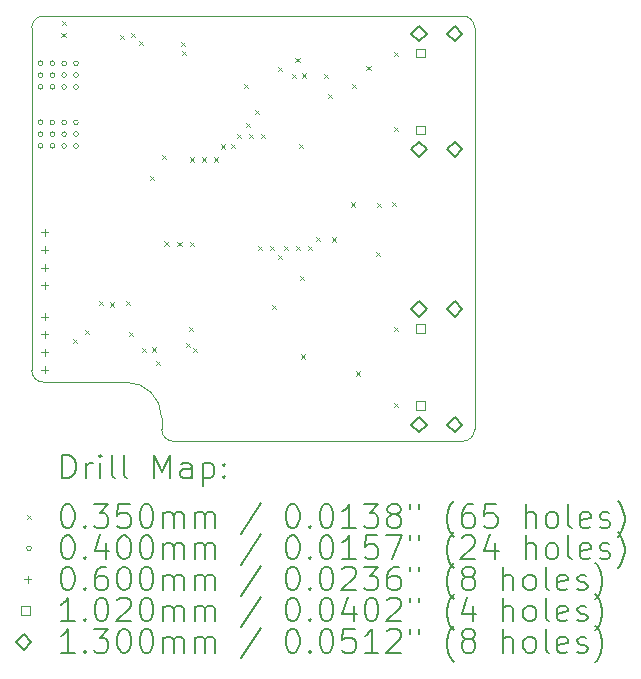
<source format=gbr>
%TF.GenerationSoftware,KiCad,Pcbnew,9.0.2*%
%TF.CreationDate,2025-09-03T18:51:06+02:00*%
%TF.ProjectId,Afterburner_Nano,41667465-7262-4757-926e-65725f4e616e,rev?*%
%TF.SameCoordinates,Original*%
%TF.FileFunction,Drillmap*%
%TF.FilePolarity,Positive*%
%FSLAX45Y45*%
G04 Gerber Fmt 4.5, Leading zero omitted, Abs format (unit mm)*
G04 Created by KiCad (PCBNEW 9.0.2) date 2025-09-03 18:51:06*
%MOMM*%
%LPD*%
G01*
G04 APERTURE LIST*
%ADD10C,0.050000*%
%ADD11C,0.200000*%
%ADD12C,0.100000*%
%ADD13C,0.102000*%
%ADD14C,0.130000*%
G04 APERTURE END LIST*
D10*
X18275000Y-4900000D02*
X17575000Y-4900000D01*
X17475000Y-4800000D02*
X17475000Y-1900000D01*
X21125000Y-1800000D02*
X17575000Y-1800000D01*
X21125000Y-1800000D02*
G75*
G02*
X21225000Y-1900000I0J-100000D01*
G01*
X18575000Y-5300000D02*
X18575000Y-5200000D01*
X17575000Y-4900000D02*
G75*
G02*
X17475000Y-4800000I0J100000D01*
G01*
X18675000Y-5400000D02*
G75*
G02*
X18575000Y-5300000I0J100000D01*
G01*
X18275000Y-4900000D02*
G75*
G02*
X18575000Y-5200000I0J-300000D01*
G01*
X21225000Y-5300000D02*
X21225000Y-1900000D01*
X17475000Y-1900000D02*
G75*
G02*
X17575000Y-1800000I100000J0D01*
G01*
X21125000Y-5400000D02*
X18675000Y-5400000D01*
X21225000Y-5300000D02*
G75*
G02*
X21125000Y-5400000I-100000J0D01*
G01*
D11*
D12*
X17726500Y-1945500D02*
X17761500Y-1980500D01*
X17761500Y-1945500D02*
X17726500Y-1980500D01*
X17727500Y-1842500D02*
X17762500Y-1877500D01*
X17762500Y-1842500D02*
X17727500Y-1877500D01*
X17827500Y-4537500D02*
X17862500Y-4572500D01*
X17862500Y-4537500D02*
X17827500Y-4572500D01*
X17927500Y-4457500D02*
X17962500Y-4492500D01*
X17962500Y-4457500D02*
X17927500Y-4492500D01*
X18044500Y-4212500D02*
X18079500Y-4247500D01*
X18079500Y-4212500D02*
X18044500Y-4247500D01*
X18134000Y-4225000D02*
X18169000Y-4260000D01*
X18169000Y-4225000D02*
X18134000Y-4260000D01*
X18218500Y-1963500D02*
X18253500Y-1998500D01*
X18253500Y-1963500D02*
X18218500Y-1998500D01*
X18274390Y-4212500D02*
X18309390Y-4247500D01*
X18309390Y-4212500D02*
X18274390Y-4247500D01*
X18299500Y-4476500D02*
X18334500Y-4511500D01*
X18334500Y-4476500D02*
X18299500Y-4511500D01*
X18317500Y-1941500D02*
X18352500Y-1976500D01*
X18352500Y-1941500D02*
X18317500Y-1976500D01*
X18384500Y-2007500D02*
X18419500Y-2042500D01*
X18419500Y-2007500D02*
X18384500Y-2042500D01*
X18408500Y-4607500D02*
X18443500Y-4642500D01*
X18443500Y-4607500D02*
X18408500Y-4642500D01*
X18472500Y-3150500D02*
X18507500Y-3185500D01*
X18507500Y-3150500D02*
X18472500Y-3185500D01*
X18490500Y-4606500D02*
X18525500Y-4641500D01*
X18525500Y-4606500D02*
X18490500Y-4641500D01*
X18529500Y-4719500D02*
X18564500Y-4754500D01*
X18564500Y-4719500D02*
X18529500Y-4754500D01*
X18578500Y-2979500D02*
X18613500Y-3014500D01*
X18613500Y-2979500D02*
X18578500Y-3014500D01*
X18598500Y-3708500D02*
X18633500Y-3743500D01*
X18633500Y-3708500D02*
X18598500Y-3743500D01*
X18708500Y-3711500D02*
X18743500Y-3746500D01*
X18743500Y-3711500D02*
X18708500Y-3746500D01*
X18739173Y-2018360D02*
X18774173Y-2053360D01*
X18774173Y-2018360D02*
X18739173Y-2053360D01*
X18750500Y-2092500D02*
X18785500Y-2127500D01*
X18785500Y-2092500D02*
X18750500Y-2127500D01*
X18781500Y-4566500D02*
X18816500Y-4601500D01*
X18816500Y-4566500D02*
X18781500Y-4601500D01*
X18807000Y-4433000D02*
X18842000Y-4468000D01*
X18842000Y-4433000D02*
X18807000Y-4468000D01*
X18816500Y-3710500D02*
X18851500Y-3745500D01*
X18851500Y-3710500D02*
X18816500Y-3745500D01*
X18817500Y-2997500D02*
X18852500Y-3032500D01*
X18852500Y-2997500D02*
X18817500Y-3032500D01*
X18841500Y-4611500D02*
X18876500Y-4646500D01*
X18876500Y-4611500D02*
X18841500Y-4646500D01*
X18917500Y-2997500D02*
X18952500Y-3032500D01*
X18952500Y-2997500D02*
X18917500Y-3032500D01*
X19017500Y-2997500D02*
X19052500Y-3032500D01*
X19052500Y-2997500D02*
X19017500Y-3032500D01*
X19074500Y-2887500D02*
X19109500Y-2922500D01*
X19109500Y-2887500D02*
X19074500Y-2922500D01*
X19162500Y-2884500D02*
X19197500Y-2919500D01*
X19197500Y-2884500D02*
X19162500Y-2919500D01*
X19215500Y-2799500D02*
X19250500Y-2834500D01*
X19250500Y-2799500D02*
X19215500Y-2834500D01*
X19215500Y-2800500D02*
X19250500Y-2835500D01*
X19250500Y-2800500D02*
X19215500Y-2835500D01*
X19272500Y-2377500D02*
X19307500Y-2412500D01*
X19307500Y-2377500D02*
X19272500Y-2412500D01*
X19286500Y-2707500D02*
X19321500Y-2742500D01*
X19321500Y-2707500D02*
X19286500Y-2742500D01*
X19315500Y-2799500D02*
X19350500Y-2834500D01*
X19350500Y-2799500D02*
X19315500Y-2834500D01*
X19362500Y-2595000D02*
X19397500Y-2630000D01*
X19397500Y-2595000D02*
X19362500Y-2630000D01*
X19388500Y-3744500D02*
X19423500Y-3779500D01*
X19423500Y-3744500D02*
X19388500Y-3779500D01*
X19415500Y-2799500D02*
X19450500Y-2834500D01*
X19450500Y-2799500D02*
X19415500Y-2834500D01*
X19488500Y-3744500D02*
X19523500Y-3779500D01*
X19523500Y-3744500D02*
X19488500Y-3779500D01*
X19505500Y-4246500D02*
X19540500Y-4281500D01*
X19540500Y-4246500D02*
X19505500Y-4281500D01*
X19557500Y-2232500D02*
X19592500Y-2267500D01*
X19592500Y-2232500D02*
X19557500Y-2267500D01*
X19557500Y-3821500D02*
X19592500Y-3856500D01*
X19592500Y-3821500D02*
X19557500Y-3856500D01*
X19611500Y-3744500D02*
X19646500Y-3779500D01*
X19646500Y-3744500D02*
X19611500Y-3779500D01*
X19677500Y-2287500D02*
X19712500Y-2322500D01*
X19712500Y-2287500D02*
X19677500Y-2322500D01*
X19707500Y-2157500D02*
X19742500Y-2192500D01*
X19742500Y-2157500D02*
X19707500Y-2192500D01*
X19712500Y-3744500D02*
X19747500Y-3779500D01*
X19747500Y-3744500D02*
X19712500Y-3779500D01*
X19737500Y-2883500D02*
X19772500Y-2918500D01*
X19772500Y-2883500D02*
X19737500Y-2918500D01*
X19742500Y-4001500D02*
X19777500Y-4036500D01*
X19777500Y-4001500D02*
X19742500Y-4036500D01*
X19755885Y-4665300D02*
X19790885Y-4700300D01*
X19790885Y-4665300D02*
X19755885Y-4700300D01*
X19760500Y-2286500D02*
X19795500Y-2321500D01*
X19795500Y-2286500D02*
X19760500Y-2321500D01*
X19812500Y-3744500D02*
X19847500Y-3779500D01*
X19847500Y-3744500D02*
X19812500Y-3779500D01*
X19884500Y-3671500D02*
X19919500Y-3706500D01*
X19919500Y-3671500D02*
X19884500Y-3706500D01*
X19947500Y-2292500D02*
X19982500Y-2327500D01*
X19982500Y-2292500D02*
X19947500Y-2327500D01*
X19982500Y-2462500D02*
X20017500Y-2497500D01*
X20017500Y-2462500D02*
X19982500Y-2497500D01*
X20017500Y-3674500D02*
X20052500Y-3709500D01*
X20052500Y-3674500D02*
X20017500Y-3709500D01*
X20178500Y-3378500D02*
X20213500Y-3413500D01*
X20213500Y-3378500D02*
X20178500Y-3413500D01*
X20189350Y-2372000D02*
X20224350Y-2407000D01*
X20224350Y-2372000D02*
X20189350Y-2407000D01*
X20223500Y-4809500D02*
X20258500Y-4844500D01*
X20258500Y-4809500D02*
X20223500Y-4844500D01*
X20309350Y-2222000D02*
X20344350Y-2257000D01*
X20344350Y-2222000D02*
X20309350Y-2257000D01*
X20391500Y-3800500D02*
X20426500Y-3835500D01*
X20426500Y-3800500D02*
X20391500Y-3835500D01*
X20394500Y-3379500D02*
X20429500Y-3414500D01*
X20429500Y-3379500D02*
X20394500Y-3414500D01*
X20522500Y-3377500D02*
X20557500Y-3412500D01*
X20557500Y-3377500D02*
X20522500Y-3412500D01*
X20541950Y-2102500D02*
X20576950Y-2137500D01*
X20576950Y-2102500D02*
X20541950Y-2137500D01*
X20541950Y-2742500D02*
X20576950Y-2777500D01*
X20576950Y-2742500D02*
X20541950Y-2777500D01*
X20541950Y-4433000D02*
X20576950Y-4468000D01*
X20576950Y-4433000D02*
X20541950Y-4468000D01*
X20541950Y-5073000D02*
X20576950Y-5108000D01*
X20576950Y-5073000D02*
X20541950Y-5108000D01*
X17570000Y-2200000D02*
G75*
G02*
X17530000Y-2200000I-20000J0D01*
G01*
X17530000Y-2200000D02*
G75*
G02*
X17570000Y-2200000I20000J0D01*
G01*
X17570000Y-2300000D02*
G75*
G02*
X17530000Y-2300000I-20000J0D01*
G01*
X17530000Y-2300000D02*
G75*
G02*
X17570000Y-2300000I20000J0D01*
G01*
X17570000Y-2400000D02*
G75*
G02*
X17530000Y-2400000I-20000J0D01*
G01*
X17530000Y-2400000D02*
G75*
G02*
X17570000Y-2400000I20000J0D01*
G01*
X17570000Y-2700000D02*
G75*
G02*
X17530000Y-2700000I-20000J0D01*
G01*
X17530000Y-2700000D02*
G75*
G02*
X17570000Y-2700000I20000J0D01*
G01*
X17570000Y-2800000D02*
G75*
G02*
X17530000Y-2800000I-20000J0D01*
G01*
X17530000Y-2800000D02*
G75*
G02*
X17570000Y-2800000I20000J0D01*
G01*
X17570000Y-2900000D02*
G75*
G02*
X17530000Y-2900000I-20000J0D01*
G01*
X17530000Y-2900000D02*
G75*
G02*
X17570000Y-2900000I20000J0D01*
G01*
X17670000Y-2200000D02*
G75*
G02*
X17630000Y-2200000I-20000J0D01*
G01*
X17630000Y-2200000D02*
G75*
G02*
X17670000Y-2200000I20000J0D01*
G01*
X17670000Y-2300000D02*
G75*
G02*
X17630000Y-2300000I-20000J0D01*
G01*
X17630000Y-2300000D02*
G75*
G02*
X17670000Y-2300000I20000J0D01*
G01*
X17670000Y-2400000D02*
G75*
G02*
X17630000Y-2400000I-20000J0D01*
G01*
X17630000Y-2400000D02*
G75*
G02*
X17670000Y-2400000I20000J0D01*
G01*
X17670000Y-2700000D02*
G75*
G02*
X17630000Y-2700000I-20000J0D01*
G01*
X17630000Y-2700000D02*
G75*
G02*
X17670000Y-2700000I20000J0D01*
G01*
X17670000Y-2800000D02*
G75*
G02*
X17630000Y-2800000I-20000J0D01*
G01*
X17630000Y-2800000D02*
G75*
G02*
X17670000Y-2800000I20000J0D01*
G01*
X17670000Y-2900000D02*
G75*
G02*
X17630000Y-2900000I-20000J0D01*
G01*
X17630000Y-2900000D02*
G75*
G02*
X17670000Y-2900000I20000J0D01*
G01*
X17770000Y-2200000D02*
G75*
G02*
X17730000Y-2200000I-20000J0D01*
G01*
X17730000Y-2200000D02*
G75*
G02*
X17770000Y-2200000I20000J0D01*
G01*
X17770000Y-2300000D02*
G75*
G02*
X17730000Y-2300000I-20000J0D01*
G01*
X17730000Y-2300000D02*
G75*
G02*
X17770000Y-2300000I20000J0D01*
G01*
X17770000Y-2400000D02*
G75*
G02*
X17730000Y-2400000I-20000J0D01*
G01*
X17730000Y-2400000D02*
G75*
G02*
X17770000Y-2400000I20000J0D01*
G01*
X17770000Y-2700000D02*
G75*
G02*
X17730000Y-2700000I-20000J0D01*
G01*
X17730000Y-2700000D02*
G75*
G02*
X17770000Y-2700000I20000J0D01*
G01*
X17770000Y-2800000D02*
G75*
G02*
X17730000Y-2800000I-20000J0D01*
G01*
X17730000Y-2800000D02*
G75*
G02*
X17770000Y-2800000I20000J0D01*
G01*
X17770000Y-2900000D02*
G75*
G02*
X17730000Y-2900000I-20000J0D01*
G01*
X17730000Y-2900000D02*
G75*
G02*
X17770000Y-2900000I20000J0D01*
G01*
X17870000Y-2200000D02*
G75*
G02*
X17830000Y-2200000I-20000J0D01*
G01*
X17830000Y-2200000D02*
G75*
G02*
X17870000Y-2200000I20000J0D01*
G01*
X17870000Y-2300000D02*
G75*
G02*
X17830000Y-2300000I-20000J0D01*
G01*
X17830000Y-2300000D02*
G75*
G02*
X17870000Y-2300000I20000J0D01*
G01*
X17870000Y-2400000D02*
G75*
G02*
X17830000Y-2400000I-20000J0D01*
G01*
X17830000Y-2400000D02*
G75*
G02*
X17870000Y-2400000I20000J0D01*
G01*
X17870000Y-2700000D02*
G75*
G02*
X17830000Y-2700000I-20000J0D01*
G01*
X17830000Y-2700000D02*
G75*
G02*
X17870000Y-2700000I20000J0D01*
G01*
X17870000Y-2800000D02*
G75*
G02*
X17830000Y-2800000I-20000J0D01*
G01*
X17830000Y-2800000D02*
G75*
G02*
X17870000Y-2800000I20000J0D01*
G01*
X17870000Y-2900000D02*
G75*
G02*
X17830000Y-2900000I-20000J0D01*
G01*
X17830000Y-2900000D02*
G75*
G02*
X17870000Y-2900000I20000J0D01*
G01*
X17585000Y-3600000D02*
X17585000Y-3660000D01*
X17555000Y-3630000D02*
X17615000Y-3630000D01*
X17585000Y-3750000D02*
X17585000Y-3810000D01*
X17555000Y-3780000D02*
X17615000Y-3780000D01*
X17585000Y-3900000D02*
X17585000Y-3960000D01*
X17555000Y-3930000D02*
X17615000Y-3930000D01*
X17585000Y-4050000D02*
X17585000Y-4110000D01*
X17555000Y-4080000D02*
X17615000Y-4080000D01*
X17585000Y-4315000D02*
X17585000Y-4375000D01*
X17555000Y-4345000D02*
X17615000Y-4345000D01*
X17585000Y-4465000D02*
X17585000Y-4525000D01*
X17555000Y-4495000D02*
X17615000Y-4495000D01*
X17585000Y-4615000D02*
X17585000Y-4675000D01*
X17555000Y-4645000D02*
X17615000Y-4645000D01*
X17585000Y-4765000D02*
X17585000Y-4825000D01*
X17555000Y-4795000D02*
X17615000Y-4795000D01*
D13*
X20801063Y-2151063D02*
X20801063Y-2078937D01*
X20728937Y-2078937D01*
X20728937Y-2151063D01*
X20801063Y-2151063D01*
X20801063Y-2801063D02*
X20801063Y-2728937D01*
X20728937Y-2728937D01*
X20728937Y-2801063D01*
X20801063Y-2801063D01*
X20801063Y-4481563D02*
X20801063Y-4409437D01*
X20728937Y-4409437D01*
X20728937Y-4481563D01*
X20801063Y-4481563D01*
X20801063Y-5131563D02*
X20801063Y-5059437D01*
X20728937Y-5059437D01*
X20728937Y-5131563D01*
X20801063Y-5131563D01*
D14*
X20755000Y-2015500D02*
X20820000Y-1950500D01*
X20755000Y-1885500D01*
X20690000Y-1950500D01*
X20755000Y-2015500D01*
X20755000Y-2994500D02*
X20820000Y-2929500D01*
X20755000Y-2864500D01*
X20690000Y-2929500D01*
X20755000Y-2994500D01*
X20755000Y-4346000D02*
X20820000Y-4281000D01*
X20755000Y-4216000D01*
X20690000Y-4281000D01*
X20755000Y-4346000D01*
X20755000Y-5325000D02*
X20820000Y-5260000D01*
X20755000Y-5195000D01*
X20690000Y-5260000D01*
X20755000Y-5325000D01*
X21055000Y-2015500D02*
X21120000Y-1950500D01*
X21055000Y-1885500D01*
X20990000Y-1950500D01*
X21055000Y-2015500D01*
X21055000Y-2994500D02*
X21120000Y-2929500D01*
X21055000Y-2864500D01*
X20990000Y-2929500D01*
X21055000Y-2994500D01*
X21055000Y-4346000D02*
X21120000Y-4281000D01*
X21055000Y-4216000D01*
X20990000Y-4281000D01*
X21055000Y-4346000D01*
X21055000Y-5325000D02*
X21120000Y-5260000D01*
X21055000Y-5195000D01*
X20990000Y-5260000D01*
X21055000Y-5325000D01*
D11*
X17733277Y-5713984D02*
X17733277Y-5513984D01*
X17733277Y-5513984D02*
X17780896Y-5513984D01*
X17780896Y-5513984D02*
X17809467Y-5523508D01*
X17809467Y-5523508D02*
X17828515Y-5542555D01*
X17828515Y-5542555D02*
X17838039Y-5561603D01*
X17838039Y-5561603D02*
X17847563Y-5599698D01*
X17847563Y-5599698D02*
X17847563Y-5628269D01*
X17847563Y-5628269D02*
X17838039Y-5666365D01*
X17838039Y-5666365D02*
X17828515Y-5685412D01*
X17828515Y-5685412D02*
X17809467Y-5704460D01*
X17809467Y-5704460D02*
X17780896Y-5713984D01*
X17780896Y-5713984D02*
X17733277Y-5713984D01*
X17933277Y-5713984D02*
X17933277Y-5580650D01*
X17933277Y-5618746D02*
X17942801Y-5599698D01*
X17942801Y-5599698D02*
X17952324Y-5590174D01*
X17952324Y-5590174D02*
X17971372Y-5580650D01*
X17971372Y-5580650D02*
X17990420Y-5580650D01*
X18057086Y-5713984D02*
X18057086Y-5580650D01*
X18057086Y-5513984D02*
X18047563Y-5523508D01*
X18047563Y-5523508D02*
X18057086Y-5533031D01*
X18057086Y-5533031D02*
X18066610Y-5523508D01*
X18066610Y-5523508D02*
X18057086Y-5513984D01*
X18057086Y-5513984D02*
X18057086Y-5533031D01*
X18180896Y-5713984D02*
X18161848Y-5704460D01*
X18161848Y-5704460D02*
X18152324Y-5685412D01*
X18152324Y-5685412D02*
X18152324Y-5513984D01*
X18285658Y-5713984D02*
X18266610Y-5704460D01*
X18266610Y-5704460D02*
X18257086Y-5685412D01*
X18257086Y-5685412D02*
X18257086Y-5513984D01*
X18514229Y-5713984D02*
X18514229Y-5513984D01*
X18514229Y-5513984D02*
X18580896Y-5656841D01*
X18580896Y-5656841D02*
X18647563Y-5513984D01*
X18647563Y-5513984D02*
X18647563Y-5713984D01*
X18828515Y-5713984D02*
X18828515Y-5609222D01*
X18828515Y-5609222D02*
X18818991Y-5590174D01*
X18818991Y-5590174D02*
X18799944Y-5580650D01*
X18799944Y-5580650D02*
X18761848Y-5580650D01*
X18761848Y-5580650D02*
X18742801Y-5590174D01*
X18828515Y-5704460D02*
X18809467Y-5713984D01*
X18809467Y-5713984D02*
X18761848Y-5713984D01*
X18761848Y-5713984D02*
X18742801Y-5704460D01*
X18742801Y-5704460D02*
X18733277Y-5685412D01*
X18733277Y-5685412D02*
X18733277Y-5666365D01*
X18733277Y-5666365D02*
X18742801Y-5647317D01*
X18742801Y-5647317D02*
X18761848Y-5637793D01*
X18761848Y-5637793D02*
X18809467Y-5637793D01*
X18809467Y-5637793D02*
X18828515Y-5628269D01*
X18923753Y-5580650D02*
X18923753Y-5780650D01*
X18923753Y-5590174D02*
X18942801Y-5580650D01*
X18942801Y-5580650D02*
X18980896Y-5580650D01*
X18980896Y-5580650D02*
X18999944Y-5590174D01*
X18999944Y-5590174D02*
X19009467Y-5599698D01*
X19009467Y-5599698D02*
X19018991Y-5618746D01*
X19018991Y-5618746D02*
X19018991Y-5675888D01*
X19018991Y-5675888D02*
X19009467Y-5694936D01*
X19009467Y-5694936D02*
X18999944Y-5704460D01*
X18999944Y-5704460D02*
X18980896Y-5713984D01*
X18980896Y-5713984D02*
X18942801Y-5713984D01*
X18942801Y-5713984D02*
X18923753Y-5704460D01*
X19104705Y-5694936D02*
X19114229Y-5704460D01*
X19114229Y-5704460D02*
X19104705Y-5713984D01*
X19104705Y-5713984D02*
X19095182Y-5704460D01*
X19095182Y-5704460D02*
X19104705Y-5694936D01*
X19104705Y-5694936D02*
X19104705Y-5713984D01*
X19104705Y-5590174D02*
X19114229Y-5599698D01*
X19114229Y-5599698D02*
X19104705Y-5609222D01*
X19104705Y-5609222D02*
X19095182Y-5599698D01*
X19095182Y-5599698D02*
X19104705Y-5590174D01*
X19104705Y-5590174D02*
X19104705Y-5609222D01*
D12*
X17437500Y-6025000D02*
X17472500Y-6060000D01*
X17472500Y-6025000D02*
X17437500Y-6060000D01*
D11*
X17771372Y-5933984D02*
X17790420Y-5933984D01*
X17790420Y-5933984D02*
X17809467Y-5943508D01*
X17809467Y-5943508D02*
X17818991Y-5953031D01*
X17818991Y-5953031D02*
X17828515Y-5972079D01*
X17828515Y-5972079D02*
X17838039Y-6010174D01*
X17838039Y-6010174D02*
X17838039Y-6057793D01*
X17838039Y-6057793D02*
X17828515Y-6095888D01*
X17828515Y-6095888D02*
X17818991Y-6114936D01*
X17818991Y-6114936D02*
X17809467Y-6124460D01*
X17809467Y-6124460D02*
X17790420Y-6133984D01*
X17790420Y-6133984D02*
X17771372Y-6133984D01*
X17771372Y-6133984D02*
X17752324Y-6124460D01*
X17752324Y-6124460D02*
X17742801Y-6114936D01*
X17742801Y-6114936D02*
X17733277Y-6095888D01*
X17733277Y-6095888D02*
X17723753Y-6057793D01*
X17723753Y-6057793D02*
X17723753Y-6010174D01*
X17723753Y-6010174D02*
X17733277Y-5972079D01*
X17733277Y-5972079D02*
X17742801Y-5953031D01*
X17742801Y-5953031D02*
X17752324Y-5943508D01*
X17752324Y-5943508D02*
X17771372Y-5933984D01*
X17923753Y-6114936D02*
X17933277Y-6124460D01*
X17933277Y-6124460D02*
X17923753Y-6133984D01*
X17923753Y-6133984D02*
X17914229Y-6124460D01*
X17914229Y-6124460D02*
X17923753Y-6114936D01*
X17923753Y-6114936D02*
X17923753Y-6133984D01*
X17999944Y-5933984D02*
X18123753Y-5933984D01*
X18123753Y-5933984D02*
X18057086Y-6010174D01*
X18057086Y-6010174D02*
X18085658Y-6010174D01*
X18085658Y-6010174D02*
X18104705Y-6019698D01*
X18104705Y-6019698D02*
X18114229Y-6029222D01*
X18114229Y-6029222D02*
X18123753Y-6048269D01*
X18123753Y-6048269D02*
X18123753Y-6095888D01*
X18123753Y-6095888D02*
X18114229Y-6114936D01*
X18114229Y-6114936D02*
X18104705Y-6124460D01*
X18104705Y-6124460D02*
X18085658Y-6133984D01*
X18085658Y-6133984D02*
X18028515Y-6133984D01*
X18028515Y-6133984D02*
X18009467Y-6124460D01*
X18009467Y-6124460D02*
X17999944Y-6114936D01*
X18304705Y-5933984D02*
X18209467Y-5933984D01*
X18209467Y-5933984D02*
X18199944Y-6029222D01*
X18199944Y-6029222D02*
X18209467Y-6019698D01*
X18209467Y-6019698D02*
X18228515Y-6010174D01*
X18228515Y-6010174D02*
X18276134Y-6010174D01*
X18276134Y-6010174D02*
X18295182Y-6019698D01*
X18295182Y-6019698D02*
X18304705Y-6029222D01*
X18304705Y-6029222D02*
X18314229Y-6048269D01*
X18314229Y-6048269D02*
X18314229Y-6095888D01*
X18314229Y-6095888D02*
X18304705Y-6114936D01*
X18304705Y-6114936D02*
X18295182Y-6124460D01*
X18295182Y-6124460D02*
X18276134Y-6133984D01*
X18276134Y-6133984D02*
X18228515Y-6133984D01*
X18228515Y-6133984D02*
X18209467Y-6124460D01*
X18209467Y-6124460D02*
X18199944Y-6114936D01*
X18438039Y-5933984D02*
X18457086Y-5933984D01*
X18457086Y-5933984D02*
X18476134Y-5943508D01*
X18476134Y-5943508D02*
X18485658Y-5953031D01*
X18485658Y-5953031D02*
X18495182Y-5972079D01*
X18495182Y-5972079D02*
X18504705Y-6010174D01*
X18504705Y-6010174D02*
X18504705Y-6057793D01*
X18504705Y-6057793D02*
X18495182Y-6095888D01*
X18495182Y-6095888D02*
X18485658Y-6114936D01*
X18485658Y-6114936D02*
X18476134Y-6124460D01*
X18476134Y-6124460D02*
X18457086Y-6133984D01*
X18457086Y-6133984D02*
X18438039Y-6133984D01*
X18438039Y-6133984D02*
X18418991Y-6124460D01*
X18418991Y-6124460D02*
X18409467Y-6114936D01*
X18409467Y-6114936D02*
X18399944Y-6095888D01*
X18399944Y-6095888D02*
X18390420Y-6057793D01*
X18390420Y-6057793D02*
X18390420Y-6010174D01*
X18390420Y-6010174D02*
X18399944Y-5972079D01*
X18399944Y-5972079D02*
X18409467Y-5953031D01*
X18409467Y-5953031D02*
X18418991Y-5943508D01*
X18418991Y-5943508D02*
X18438039Y-5933984D01*
X18590420Y-6133984D02*
X18590420Y-6000650D01*
X18590420Y-6019698D02*
X18599944Y-6010174D01*
X18599944Y-6010174D02*
X18618991Y-6000650D01*
X18618991Y-6000650D02*
X18647563Y-6000650D01*
X18647563Y-6000650D02*
X18666610Y-6010174D01*
X18666610Y-6010174D02*
X18676134Y-6029222D01*
X18676134Y-6029222D02*
X18676134Y-6133984D01*
X18676134Y-6029222D02*
X18685658Y-6010174D01*
X18685658Y-6010174D02*
X18704705Y-6000650D01*
X18704705Y-6000650D02*
X18733277Y-6000650D01*
X18733277Y-6000650D02*
X18752325Y-6010174D01*
X18752325Y-6010174D02*
X18761848Y-6029222D01*
X18761848Y-6029222D02*
X18761848Y-6133984D01*
X18857086Y-6133984D02*
X18857086Y-6000650D01*
X18857086Y-6019698D02*
X18866610Y-6010174D01*
X18866610Y-6010174D02*
X18885658Y-6000650D01*
X18885658Y-6000650D02*
X18914229Y-6000650D01*
X18914229Y-6000650D02*
X18933277Y-6010174D01*
X18933277Y-6010174D02*
X18942801Y-6029222D01*
X18942801Y-6029222D02*
X18942801Y-6133984D01*
X18942801Y-6029222D02*
X18952325Y-6010174D01*
X18952325Y-6010174D02*
X18971372Y-6000650D01*
X18971372Y-6000650D02*
X18999944Y-6000650D01*
X18999944Y-6000650D02*
X19018991Y-6010174D01*
X19018991Y-6010174D02*
X19028515Y-6029222D01*
X19028515Y-6029222D02*
X19028515Y-6133984D01*
X19418991Y-5924460D02*
X19247563Y-6181603D01*
X19676134Y-5933984D02*
X19695182Y-5933984D01*
X19695182Y-5933984D02*
X19714229Y-5943508D01*
X19714229Y-5943508D02*
X19723753Y-5953031D01*
X19723753Y-5953031D02*
X19733277Y-5972079D01*
X19733277Y-5972079D02*
X19742801Y-6010174D01*
X19742801Y-6010174D02*
X19742801Y-6057793D01*
X19742801Y-6057793D02*
X19733277Y-6095888D01*
X19733277Y-6095888D02*
X19723753Y-6114936D01*
X19723753Y-6114936D02*
X19714229Y-6124460D01*
X19714229Y-6124460D02*
X19695182Y-6133984D01*
X19695182Y-6133984D02*
X19676134Y-6133984D01*
X19676134Y-6133984D02*
X19657087Y-6124460D01*
X19657087Y-6124460D02*
X19647563Y-6114936D01*
X19647563Y-6114936D02*
X19638039Y-6095888D01*
X19638039Y-6095888D02*
X19628515Y-6057793D01*
X19628515Y-6057793D02*
X19628515Y-6010174D01*
X19628515Y-6010174D02*
X19638039Y-5972079D01*
X19638039Y-5972079D02*
X19647563Y-5953031D01*
X19647563Y-5953031D02*
X19657087Y-5943508D01*
X19657087Y-5943508D02*
X19676134Y-5933984D01*
X19828515Y-6114936D02*
X19838039Y-6124460D01*
X19838039Y-6124460D02*
X19828515Y-6133984D01*
X19828515Y-6133984D02*
X19818991Y-6124460D01*
X19818991Y-6124460D02*
X19828515Y-6114936D01*
X19828515Y-6114936D02*
X19828515Y-6133984D01*
X19961848Y-5933984D02*
X19980896Y-5933984D01*
X19980896Y-5933984D02*
X19999944Y-5943508D01*
X19999944Y-5943508D02*
X20009468Y-5953031D01*
X20009468Y-5953031D02*
X20018991Y-5972079D01*
X20018991Y-5972079D02*
X20028515Y-6010174D01*
X20028515Y-6010174D02*
X20028515Y-6057793D01*
X20028515Y-6057793D02*
X20018991Y-6095888D01*
X20018991Y-6095888D02*
X20009468Y-6114936D01*
X20009468Y-6114936D02*
X19999944Y-6124460D01*
X19999944Y-6124460D02*
X19980896Y-6133984D01*
X19980896Y-6133984D02*
X19961848Y-6133984D01*
X19961848Y-6133984D02*
X19942801Y-6124460D01*
X19942801Y-6124460D02*
X19933277Y-6114936D01*
X19933277Y-6114936D02*
X19923753Y-6095888D01*
X19923753Y-6095888D02*
X19914229Y-6057793D01*
X19914229Y-6057793D02*
X19914229Y-6010174D01*
X19914229Y-6010174D02*
X19923753Y-5972079D01*
X19923753Y-5972079D02*
X19933277Y-5953031D01*
X19933277Y-5953031D02*
X19942801Y-5943508D01*
X19942801Y-5943508D02*
X19961848Y-5933984D01*
X20218991Y-6133984D02*
X20104706Y-6133984D01*
X20161848Y-6133984D02*
X20161848Y-5933984D01*
X20161848Y-5933984D02*
X20142801Y-5962555D01*
X20142801Y-5962555D02*
X20123753Y-5981603D01*
X20123753Y-5981603D02*
X20104706Y-5991127D01*
X20285658Y-5933984D02*
X20409468Y-5933984D01*
X20409468Y-5933984D02*
X20342801Y-6010174D01*
X20342801Y-6010174D02*
X20371372Y-6010174D01*
X20371372Y-6010174D02*
X20390420Y-6019698D01*
X20390420Y-6019698D02*
X20399944Y-6029222D01*
X20399944Y-6029222D02*
X20409468Y-6048269D01*
X20409468Y-6048269D02*
X20409468Y-6095888D01*
X20409468Y-6095888D02*
X20399944Y-6114936D01*
X20399944Y-6114936D02*
X20390420Y-6124460D01*
X20390420Y-6124460D02*
X20371372Y-6133984D01*
X20371372Y-6133984D02*
X20314229Y-6133984D01*
X20314229Y-6133984D02*
X20295182Y-6124460D01*
X20295182Y-6124460D02*
X20285658Y-6114936D01*
X20523753Y-6019698D02*
X20504706Y-6010174D01*
X20504706Y-6010174D02*
X20495182Y-6000650D01*
X20495182Y-6000650D02*
X20485658Y-5981603D01*
X20485658Y-5981603D02*
X20485658Y-5972079D01*
X20485658Y-5972079D02*
X20495182Y-5953031D01*
X20495182Y-5953031D02*
X20504706Y-5943508D01*
X20504706Y-5943508D02*
X20523753Y-5933984D01*
X20523753Y-5933984D02*
X20561849Y-5933984D01*
X20561849Y-5933984D02*
X20580896Y-5943508D01*
X20580896Y-5943508D02*
X20590420Y-5953031D01*
X20590420Y-5953031D02*
X20599944Y-5972079D01*
X20599944Y-5972079D02*
X20599944Y-5981603D01*
X20599944Y-5981603D02*
X20590420Y-6000650D01*
X20590420Y-6000650D02*
X20580896Y-6010174D01*
X20580896Y-6010174D02*
X20561849Y-6019698D01*
X20561849Y-6019698D02*
X20523753Y-6019698D01*
X20523753Y-6019698D02*
X20504706Y-6029222D01*
X20504706Y-6029222D02*
X20495182Y-6038746D01*
X20495182Y-6038746D02*
X20485658Y-6057793D01*
X20485658Y-6057793D02*
X20485658Y-6095888D01*
X20485658Y-6095888D02*
X20495182Y-6114936D01*
X20495182Y-6114936D02*
X20504706Y-6124460D01*
X20504706Y-6124460D02*
X20523753Y-6133984D01*
X20523753Y-6133984D02*
X20561849Y-6133984D01*
X20561849Y-6133984D02*
X20580896Y-6124460D01*
X20580896Y-6124460D02*
X20590420Y-6114936D01*
X20590420Y-6114936D02*
X20599944Y-6095888D01*
X20599944Y-6095888D02*
X20599944Y-6057793D01*
X20599944Y-6057793D02*
X20590420Y-6038746D01*
X20590420Y-6038746D02*
X20580896Y-6029222D01*
X20580896Y-6029222D02*
X20561849Y-6019698D01*
X20676134Y-5933984D02*
X20676134Y-5972079D01*
X20752325Y-5933984D02*
X20752325Y-5972079D01*
X21047563Y-6210174D02*
X21038039Y-6200650D01*
X21038039Y-6200650D02*
X21018991Y-6172079D01*
X21018991Y-6172079D02*
X21009468Y-6153031D01*
X21009468Y-6153031D02*
X20999944Y-6124460D01*
X20999944Y-6124460D02*
X20990420Y-6076841D01*
X20990420Y-6076841D02*
X20990420Y-6038746D01*
X20990420Y-6038746D02*
X20999944Y-5991127D01*
X20999944Y-5991127D02*
X21009468Y-5962555D01*
X21009468Y-5962555D02*
X21018991Y-5943508D01*
X21018991Y-5943508D02*
X21038039Y-5914936D01*
X21038039Y-5914936D02*
X21047563Y-5905412D01*
X21209468Y-5933984D02*
X21171372Y-5933984D01*
X21171372Y-5933984D02*
X21152325Y-5943508D01*
X21152325Y-5943508D02*
X21142801Y-5953031D01*
X21142801Y-5953031D02*
X21123753Y-5981603D01*
X21123753Y-5981603D02*
X21114230Y-6019698D01*
X21114230Y-6019698D02*
X21114230Y-6095888D01*
X21114230Y-6095888D02*
X21123753Y-6114936D01*
X21123753Y-6114936D02*
X21133277Y-6124460D01*
X21133277Y-6124460D02*
X21152325Y-6133984D01*
X21152325Y-6133984D02*
X21190420Y-6133984D01*
X21190420Y-6133984D02*
X21209468Y-6124460D01*
X21209468Y-6124460D02*
X21218991Y-6114936D01*
X21218991Y-6114936D02*
X21228515Y-6095888D01*
X21228515Y-6095888D02*
X21228515Y-6048269D01*
X21228515Y-6048269D02*
X21218991Y-6029222D01*
X21218991Y-6029222D02*
X21209468Y-6019698D01*
X21209468Y-6019698D02*
X21190420Y-6010174D01*
X21190420Y-6010174D02*
X21152325Y-6010174D01*
X21152325Y-6010174D02*
X21133277Y-6019698D01*
X21133277Y-6019698D02*
X21123753Y-6029222D01*
X21123753Y-6029222D02*
X21114230Y-6048269D01*
X21409468Y-5933984D02*
X21314230Y-5933984D01*
X21314230Y-5933984D02*
X21304706Y-6029222D01*
X21304706Y-6029222D02*
X21314230Y-6019698D01*
X21314230Y-6019698D02*
X21333277Y-6010174D01*
X21333277Y-6010174D02*
X21380896Y-6010174D01*
X21380896Y-6010174D02*
X21399944Y-6019698D01*
X21399944Y-6019698D02*
X21409468Y-6029222D01*
X21409468Y-6029222D02*
X21418991Y-6048269D01*
X21418991Y-6048269D02*
X21418991Y-6095888D01*
X21418991Y-6095888D02*
X21409468Y-6114936D01*
X21409468Y-6114936D02*
X21399944Y-6124460D01*
X21399944Y-6124460D02*
X21380896Y-6133984D01*
X21380896Y-6133984D02*
X21333277Y-6133984D01*
X21333277Y-6133984D02*
X21314230Y-6124460D01*
X21314230Y-6124460D02*
X21304706Y-6114936D01*
X21657087Y-6133984D02*
X21657087Y-5933984D01*
X21742801Y-6133984D02*
X21742801Y-6029222D01*
X21742801Y-6029222D02*
X21733277Y-6010174D01*
X21733277Y-6010174D02*
X21714230Y-6000650D01*
X21714230Y-6000650D02*
X21685658Y-6000650D01*
X21685658Y-6000650D02*
X21666611Y-6010174D01*
X21666611Y-6010174D02*
X21657087Y-6019698D01*
X21866611Y-6133984D02*
X21847563Y-6124460D01*
X21847563Y-6124460D02*
X21838039Y-6114936D01*
X21838039Y-6114936D02*
X21828515Y-6095888D01*
X21828515Y-6095888D02*
X21828515Y-6038746D01*
X21828515Y-6038746D02*
X21838039Y-6019698D01*
X21838039Y-6019698D02*
X21847563Y-6010174D01*
X21847563Y-6010174D02*
X21866611Y-6000650D01*
X21866611Y-6000650D02*
X21895182Y-6000650D01*
X21895182Y-6000650D02*
X21914230Y-6010174D01*
X21914230Y-6010174D02*
X21923753Y-6019698D01*
X21923753Y-6019698D02*
X21933277Y-6038746D01*
X21933277Y-6038746D02*
X21933277Y-6095888D01*
X21933277Y-6095888D02*
X21923753Y-6114936D01*
X21923753Y-6114936D02*
X21914230Y-6124460D01*
X21914230Y-6124460D02*
X21895182Y-6133984D01*
X21895182Y-6133984D02*
X21866611Y-6133984D01*
X22047563Y-6133984D02*
X22028515Y-6124460D01*
X22028515Y-6124460D02*
X22018992Y-6105412D01*
X22018992Y-6105412D02*
X22018992Y-5933984D01*
X22199944Y-6124460D02*
X22180896Y-6133984D01*
X22180896Y-6133984D02*
X22142801Y-6133984D01*
X22142801Y-6133984D02*
X22123753Y-6124460D01*
X22123753Y-6124460D02*
X22114230Y-6105412D01*
X22114230Y-6105412D02*
X22114230Y-6029222D01*
X22114230Y-6029222D02*
X22123753Y-6010174D01*
X22123753Y-6010174D02*
X22142801Y-6000650D01*
X22142801Y-6000650D02*
X22180896Y-6000650D01*
X22180896Y-6000650D02*
X22199944Y-6010174D01*
X22199944Y-6010174D02*
X22209468Y-6029222D01*
X22209468Y-6029222D02*
X22209468Y-6048269D01*
X22209468Y-6048269D02*
X22114230Y-6067317D01*
X22285658Y-6124460D02*
X22304706Y-6133984D01*
X22304706Y-6133984D02*
X22342801Y-6133984D01*
X22342801Y-6133984D02*
X22361849Y-6124460D01*
X22361849Y-6124460D02*
X22371372Y-6105412D01*
X22371372Y-6105412D02*
X22371372Y-6095888D01*
X22371372Y-6095888D02*
X22361849Y-6076841D01*
X22361849Y-6076841D02*
X22342801Y-6067317D01*
X22342801Y-6067317D02*
X22314230Y-6067317D01*
X22314230Y-6067317D02*
X22295182Y-6057793D01*
X22295182Y-6057793D02*
X22285658Y-6038746D01*
X22285658Y-6038746D02*
X22285658Y-6029222D01*
X22285658Y-6029222D02*
X22295182Y-6010174D01*
X22295182Y-6010174D02*
X22314230Y-6000650D01*
X22314230Y-6000650D02*
X22342801Y-6000650D01*
X22342801Y-6000650D02*
X22361849Y-6010174D01*
X22438039Y-6210174D02*
X22447563Y-6200650D01*
X22447563Y-6200650D02*
X22466611Y-6172079D01*
X22466611Y-6172079D02*
X22476134Y-6153031D01*
X22476134Y-6153031D02*
X22485658Y-6124460D01*
X22485658Y-6124460D02*
X22495182Y-6076841D01*
X22495182Y-6076841D02*
X22495182Y-6038746D01*
X22495182Y-6038746D02*
X22485658Y-5991127D01*
X22485658Y-5991127D02*
X22476134Y-5962555D01*
X22476134Y-5962555D02*
X22466611Y-5943508D01*
X22466611Y-5943508D02*
X22447563Y-5914936D01*
X22447563Y-5914936D02*
X22438039Y-5905412D01*
D12*
X17472500Y-6306500D02*
G75*
G02*
X17432500Y-6306500I-20000J0D01*
G01*
X17432500Y-6306500D02*
G75*
G02*
X17472500Y-6306500I20000J0D01*
G01*
D11*
X17771372Y-6197984D02*
X17790420Y-6197984D01*
X17790420Y-6197984D02*
X17809467Y-6207508D01*
X17809467Y-6207508D02*
X17818991Y-6217031D01*
X17818991Y-6217031D02*
X17828515Y-6236079D01*
X17828515Y-6236079D02*
X17838039Y-6274174D01*
X17838039Y-6274174D02*
X17838039Y-6321793D01*
X17838039Y-6321793D02*
X17828515Y-6359888D01*
X17828515Y-6359888D02*
X17818991Y-6378936D01*
X17818991Y-6378936D02*
X17809467Y-6388460D01*
X17809467Y-6388460D02*
X17790420Y-6397984D01*
X17790420Y-6397984D02*
X17771372Y-6397984D01*
X17771372Y-6397984D02*
X17752324Y-6388460D01*
X17752324Y-6388460D02*
X17742801Y-6378936D01*
X17742801Y-6378936D02*
X17733277Y-6359888D01*
X17733277Y-6359888D02*
X17723753Y-6321793D01*
X17723753Y-6321793D02*
X17723753Y-6274174D01*
X17723753Y-6274174D02*
X17733277Y-6236079D01*
X17733277Y-6236079D02*
X17742801Y-6217031D01*
X17742801Y-6217031D02*
X17752324Y-6207508D01*
X17752324Y-6207508D02*
X17771372Y-6197984D01*
X17923753Y-6378936D02*
X17933277Y-6388460D01*
X17933277Y-6388460D02*
X17923753Y-6397984D01*
X17923753Y-6397984D02*
X17914229Y-6388460D01*
X17914229Y-6388460D02*
X17923753Y-6378936D01*
X17923753Y-6378936D02*
X17923753Y-6397984D01*
X18104705Y-6264650D02*
X18104705Y-6397984D01*
X18057086Y-6188460D02*
X18009467Y-6331317D01*
X18009467Y-6331317D02*
X18133277Y-6331317D01*
X18247563Y-6197984D02*
X18266610Y-6197984D01*
X18266610Y-6197984D02*
X18285658Y-6207508D01*
X18285658Y-6207508D02*
X18295182Y-6217031D01*
X18295182Y-6217031D02*
X18304705Y-6236079D01*
X18304705Y-6236079D02*
X18314229Y-6274174D01*
X18314229Y-6274174D02*
X18314229Y-6321793D01*
X18314229Y-6321793D02*
X18304705Y-6359888D01*
X18304705Y-6359888D02*
X18295182Y-6378936D01*
X18295182Y-6378936D02*
X18285658Y-6388460D01*
X18285658Y-6388460D02*
X18266610Y-6397984D01*
X18266610Y-6397984D02*
X18247563Y-6397984D01*
X18247563Y-6397984D02*
X18228515Y-6388460D01*
X18228515Y-6388460D02*
X18218991Y-6378936D01*
X18218991Y-6378936D02*
X18209467Y-6359888D01*
X18209467Y-6359888D02*
X18199944Y-6321793D01*
X18199944Y-6321793D02*
X18199944Y-6274174D01*
X18199944Y-6274174D02*
X18209467Y-6236079D01*
X18209467Y-6236079D02*
X18218991Y-6217031D01*
X18218991Y-6217031D02*
X18228515Y-6207508D01*
X18228515Y-6207508D02*
X18247563Y-6197984D01*
X18438039Y-6197984D02*
X18457086Y-6197984D01*
X18457086Y-6197984D02*
X18476134Y-6207508D01*
X18476134Y-6207508D02*
X18485658Y-6217031D01*
X18485658Y-6217031D02*
X18495182Y-6236079D01*
X18495182Y-6236079D02*
X18504705Y-6274174D01*
X18504705Y-6274174D02*
X18504705Y-6321793D01*
X18504705Y-6321793D02*
X18495182Y-6359888D01*
X18495182Y-6359888D02*
X18485658Y-6378936D01*
X18485658Y-6378936D02*
X18476134Y-6388460D01*
X18476134Y-6388460D02*
X18457086Y-6397984D01*
X18457086Y-6397984D02*
X18438039Y-6397984D01*
X18438039Y-6397984D02*
X18418991Y-6388460D01*
X18418991Y-6388460D02*
X18409467Y-6378936D01*
X18409467Y-6378936D02*
X18399944Y-6359888D01*
X18399944Y-6359888D02*
X18390420Y-6321793D01*
X18390420Y-6321793D02*
X18390420Y-6274174D01*
X18390420Y-6274174D02*
X18399944Y-6236079D01*
X18399944Y-6236079D02*
X18409467Y-6217031D01*
X18409467Y-6217031D02*
X18418991Y-6207508D01*
X18418991Y-6207508D02*
X18438039Y-6197984D01*
X18590420Y-6397984D02*
X18590420Y-6264650D01*
X18590420Y-6283698D02*
X18599944Y-6274174D01*
X18599944Y-6274174D02*
X18618991Y-6264650D01*
X18618991Y-6264650D02*
X18647563Y-6264650D01*
X18647563Y-6264650D02*
X18666610Y-6274174D01*
X18666610Y-6274174D02*
X18676134Y-6293222D01*
X18676134Y-6293222D02*
X18676134Y-6397984D01*
X18676134Y-6293222D02*
X18685658Y-6274174D01*
X18685658Y-6274174D02*
X18704705Y-6264650D01*
X18704705Y-6264650D02*
X18733277Y-6264650D01*
X18733277Y-6264650D02*
X18752325Y-6274174D01*
X18752325Y-6274174D02*
X18761848Y-6293222D01*
X18761848Y-6293222D02*
X18761848Y-6397984D01*
X18857086Y-6397984D02*
X18857086Y-6264650D01*
X18857086Y-6283698D02*
X18866610Y-6274174D01*
X18866610Y-6274174D02*
X18885658Y-6264650D01*
X18885658Y-6264650D02*
X18914229Y-6264650D01*
X18914229Y-6264650D02*
X18933277Y-6274174D01*
X18933277Y-6274174D02*
X18942801Y-6293222D01*
X18942801Y-6293222D02*
X18942801Y-6397984D01*
X18942801Y-6293222D02*
X18952325Y-6274174D01*
X18952325Y-6274174D02*
X18971372Y-6264650D01*
X18971372Y-6264650D02*
X18999944Y-6264650D01*
X18999944Y-6264650D02*
X19018991Y-6274174D01*
X19018991Y-6274174D02*
X19028515Y-6293222D01*
X19028515Y-6293222D02*
X19028515Y-6397984D01*
X19418991Y-6188460D02*
X19247563Y-6445603D01*
X19676134Y-6197984D02*
X19695182Y-6197984D01*
X19695182Y-6197984D02*
X19714229Y-6207508D01*
X19714229Y-6207508D02*
X19723753Y-6217031D01*
X19723753Y-6217031D02*
X19733277Y-6236079D01*
X19733277Y-6236079D02*
X19742801Y-6274174D01*
X19742801Y-6274174D02*
X19742801Y-6321793D01*
X19742801Y-6321793D02*
X19733277Y-6359888D01*
X19733277Y-6359888D02*
X19723753Y-6378936D01*
X19723753Y-6378936D02*
X19714229Y-6388460D01*
X19714229Y-6388460D02*
X19695182Y-6397984D01*
X19695182Y-6397984D02*
X19676134Y-6397984D01*
X19676134Y-6397984D02*
X19657087Y-6388460D01*
X19657087Y-6388460D02*
X19647563Y-6378936D01*
X19647563Y-6378936D02*
X19638039Y-6359888D01*
X19638039Y-6359888D02*
X19628515Y-6321793D01*
X19628515Y-6321793D02*
X19628515Y-6274174D01*
X19628515Y-6274174D02*
X19638039Y-6236079D01*
X19638039Y-6236079D02*
X19647563Y-6217031D01*
X19647563Y-6217031D02*
X19657087Y-6207508D01*
X19657087Y-6207508D02*
X19676134Y-6197984D01*
X19828515Y-6378936D02*
X19838039Y-6388460D01*
X19838039Y-6388460D02*
X19828515Y-6397984D01*
X19828515Y-6397984D02*
X19818991Y-6388460D01*
X19818991Y-6388460D02*
X19828515Y-6378936D01*
X19828515Y-6378936D02*
X19828515Y-6397984D01*
X19961848Y-6197984D02*
X19980896Y-6197984D01*
X19980896Y-6197984D02*
X19999944Y-6207508D01*
X19999944Y-6207508D02*
X20009468Y-6217031D01*
X20009468Y-6217031D02*
X20018991Y-6236079D01*
X20018991Y-6236079D02*
X20028515Y-6274174D01*
X20028515Y-6274174D02*
X20028515Y-6321793D01*
X20028515Y-6321793D02*
X20018991Y-6359888D01*
X20018991Y-6359888D02*
X20009468Y-6378936D01*
X20009468Y-6378936D02*
X19999944Y-6388460D01*
X19999944Y-6388460D02*
X19980896Y-6397984D01*
X19980896Y-6397984D02*
X19961848Y-6397984D01*
X19961848Y-6397984D02*
X19942801Y-6388460D01*
X19942801Y-6388460D02*
X19933277Y-6378936D01*
X19933277Y-6378936D02*
X19923753Y-6359888D01*
X19923753Y-6359888D02*
X19914229Y-6321793D01*
X19914229Y-6321793D02*
X19914229Y-6274174D01*
X19914229Y-6274174D02*
X19923753Y-6236079D01*
X19923753Y-6236079D02*
X19933277Y-6217031D01*
X19933277Y-6217031D02*
X19942801Y-6207508D01*
X19942801Y-6207508D02*
X19961848Y-6197984D01*
X20218991Y-6397984D02*
X20104706Y-6397984D01*
X20161848Y-6397984D02*
X20161848Y-6197984D01*
X20161848Y-6197984D02*
X20142801Y-6226555D01*
X20142801Y-6226555D02*
X20123753Y-6245603D01*
X20123753Y-6245603D02*
X20104706Y-6255127D01*
X20399944Y-6197984D02*
X20304706Y-6197984D01*
X20304706Y-6197984D02*
X20295182Y-6293222D01*
X20295182Y-6293222D02*
X20304706Y-6283698D01*
X20304706Y-6283698D02*
X20323753Y-6274174D01*
X20323753Y-6274174D02*
X20371372Y-6274174D01*
X20371372Y-6274174D02*
X20390420Y-6283698D01*
X20390420Y-6283698D02*
X20399944Y-6293222D01*
X20399944Y-6293222D02*
X20409468Y-6312269D01*
X20409468Y-6312269D02*
X20409468Y-6359888D01*
X20409468Y-6359888D02*
X20399944Y-6378936D01*
X20399944Y-6378936D02*
X20390420Y-6388460D01*
X20390420Y-6388460D02*
X20371372Y-6397984D01*
X20371372Y-6397984D02*
X20323753Y-6397984D01*
X20323753Y-6397984D02*
X20304706Y-6388460D01*
X20304706Y-6388460D02*
X20295182Y-6378936D01*
X20476134Y-6197984D02*
X20609468Y-6197984D01*
X20609468Y-6197984D02*
X20523753Y-6397984D01*
X20676134Y-6197984D02*
X20676134Y-6236079D01*
X20752325Y-6197984D02*
X20752325Y-6236079D01*
X21047563Y-6474174D02*
X21038039Y-6464650D01*
X21038039Y-6464650D02*
X21018991Y-6436079D01*
X21018991Y-6436079D02*
X21009468Y-6417031D01*
X21009468Y-6417031D02*
X20999944Y-6388460D01*
X20999944Y-6388460D02*
X20990420Y-6340841D01*
X20990420Y-6340841D02*
X20990420Y-6302746D01*
X20990420Y-6302746D02*
X20999944Y-6255127D01*
X20999944Y-6255127D02*
X21009468Y-6226555D01*
X21009468Y-6226555D02*
X21018991Y-6207508D01*
X21018991Y-6207508D02*
X21038039Y-6178936D01*
X21038039Y-6178936D02*
X21047563Y-6169412D01*
X21114230Y-6217031D02*
X21123753Y-6207508D01*
X21123753Y-6207508D02*
X21142801Y-6197984D01*
X21142801Y-6197984D02*
X21190420Y-6197984D01*
X21190420Y-6197984D02*
X21209468Y-6207508D01*
X21209468Y-6207508D02*
X21218991Y-6217031D01*
X21218991Y-6217031D02*
X21228515Y-6236079D01*
X21228515Y-6236079D02*
X21228515Y-6255127D01*
X21228515Y-6255127D02*
X21218991Y-6283698D01*
X21218991Y-6283698D02*
X21104706Y-6397984D01*
X21104706Y-6397984D02*
X21228515Y-6397984D01*
X21399944Y-6264650D02*
X21399944Y-6397984D01*
X21352325Y-6188460D02*
X21304706Y-6331317D01*
X21304706Y-6331317D02*
X21428515Y-6331317D01*
X21657087Y-6397984D02*
X21657087Y-6197984D01*
X21742801Y-6397984D02*
X21742801Y-6293222D01*
X21742801Y-6293222D02*
X21733277Y-6274174D01*
X21733277Y-6274174D02*
X21714230Y-6264650D01*
X21714230Y-6264650D02*
X21685658Y-6264650D01*
X21685658Y-6264650D02*
X21666611Y-6274174D01*
X21666611Y-6274174D02*
X21657087Y-6283698D01*
X21866611Y-6397984D02*
X21847563Y-6388460D01*
X21847563Y-6388460D02*
X21838039Y-6378936D01*
X21838039Y-6378936D02*
X21828515Y-6359888D01*
X21828515Y-6359888D02*
X21828515Y-6302746D01*
X21828515Y-6302746D02*
X21838039Y-6283698D01*
X21838039Y-6283698D02*
X21847563Y-6274174D01*
X21847563Y-6274174D02*
X21866611Y-6264650D01*
X21866611Y-6264650D02*
X21895182Y-6264650D01*
X21895182Y-6264650D02*
X21914230Y-6274174D01*
X21914230Y-6274174D02*
X21923753Y-6283698D01*
X21923753Y-6283698D02*
X21933277Y-6302746D01*
X21933277Y-6302746D02*
X21933277Y-6359888D01*
X21933277Y-6359888D02*
X21923753Y-6378936D01*
X21923753Y-6378936D02*
X21914230Y-6388460D01*
X21914230Y-6388460D02*
X21895182Y-6397984D01*
X21895182Y-6397984D02*
X21866611Y-6397984D01*
X22047563Y-6397984D02*
X22028515Y-6388460D01*
X22028515Y-6388460D02*
X22018992Y-6369412D01*
X22018992Y-6369412D02*
X22018992Y-6197984D01*
X22199944Y-6388460D02*
X22180896Y-6397984D01*
X22180896Y-6397984D02*
X22142801Y-6397984D01*
X22142801Y-6397984D02*
X22123753Y-6388460D01*
X22123753Y-6388460D02*
X22114230Y-6369412D01*
X22114230Y-6369412D02*
X22114230Y-6293222D01*
X22114230Y-6293222D02*
X22123753Y-6274174D01*
X22123753Y-6274174D02*
X22142801Y-6264650D01*
X22142801Y-6264650D02*
X22180896Y-6264650D01*
X22180896Y-6264650D02*
X22199944Y-6274174D01*
X22199944Y-6274174D02*
X22209468Y-6293222D01*
X22209468Y-6293222D02*
X22209468Y-6312269D01*
X22209468Y-6312269D02*
X22114230Y-6331317D01*
X22285658Y-6388460D02*
X22304706Y-6397984D01*
X22304706Y-6397984D02*
X22342801Y-6397984D01*
X22342801Y-6397984D02*
X22361849Y-6388460D01*
X22361849Y-6388460D02*
X22371372Y-6369412D01*
X22371372Y-6369412D02*
X22371372Y-6359888D01*
X22371372Y-6359888D02*
X22361849Y-6340841D01*
X22361849Y-6340841D02*
X22342801Y-6331317D01*
X22342801Y-6331317D02*
X22314230Y-6331317D01*
X22314230Y-6331317D02*
X22295182Y-6321793D01*
X22295182Y-6321793D02*
X22285658Y-6302746D01*
X22285658Y-6302746D02*
X22285658Y-6293222D01*
X22285658Y-6293222D02*
X22295182Y-6274174D01*
X22295182Y-6274174D02*
X22314230Y-6264650D01*
X22314230Y-6264650D02*
X22342801Y-6264650D01*
X22342801Y-6264650D02*
X22361849Y-6274174D01*
X22438039Y-6474174D02*
X22447563Y-6464650D01*
X22447563Y-6464650D02*
X22466611Y-6436079D01*
X22466611Y-6436079D02*
X22476134Y-6417031D01*
X22476134Y-6417031D02*
X22485658Y-6388460D01*
X22485658Y-6388460D02*
X22495182Y-6340841D01*
X22495182Y-6340841D02*
X22495182Y-6302746D01*
X22495182Y-6302746D02*
X22485658Y-6255127D01*
X22485658Y-6255127D02*
X22476134Y-6226555D01*
X22476134Y-6226555D02*
X22466611Y-6207508D01*
X22466611Y-6207508D02*
X22447563Y-6178936D01*
X22447563Y-6178936D02*
X22438039Y-6169412D01*
D12*
X17442500Y-6540500D02*
X17442500Y-6600500D01*
X17412500Y-6570500D02*
X17472500Y-6570500D01*
D11*
X17771372Y-6461984D02*
X17790420Y-6461984D01*
X17790420Y-6461984D02*
X17809467Y-6471508D01*
X17809467Y-6471508D02*
X17818991Y-6481031D01*
X17818991Y-6481031D02*
X17828515Y-6500079D01*
X17828515Y-6500079D02*
X17838039Y-6538174D01*
X17838039Y-6538174D02*
X17838039Y-6585793D01*
X17838039Y-6585793D02*
X17828515Y-6623888D01*
X17828515Y-6623888D02*
X17818991Y-6642936D01*
X17818991Y-6642936D02*
X17809467Y-6652460D01*
X17809467Y-6652460D02*
X17790420Y-6661984D01*
X17790420Y-6661984D02*
X17771372Y-6661984D01*
X17771372Y-6661984D02*
X17752324Y-6652460D01*
X17752324Y-6652460D02*
X17742801Y-6642936D01*
X17742801Y-6642936D02*
X17733277Y-6623888D01*
X17733277Y-6623888D02*
X17723753Y-6585793D01*
X17723753Y-6585793D02*
X17723753Y-6538174D01*
X17723753Y-6538174D02*
X17733277Y-6500079D01*
X17733277Y-6500079D02*
X17742801Y-6481031D01*
X17742801Y-6481031D02*
X17752324Y-6471508D01*
X17752324Y-6471508D02*
X17771372Y-6461984D01*
X17923753Y-6642936D02*
X17933277Y-6652460D01*
X17933277Y-6652460D02*
X17923753Y-6661984D01*
X17923753Y-6661984D02*
X17914229Y-6652460D01*
X17914229Y-6652460D02*
X17923753Y-6642936D01*
X17923753Y-6642936D02*
X17923753Y-6661984D01*
X18104705Y-6461984D02*
X18066610Y-6461984D01*
X18066610Y-6461984D02*
X18047563Y-6471508D01*
X18047563Y-6471508D02*
X18038039Y-6481031D01*
X18038039Y-6481031D02*
X18018991Y-6509603D01*
X18018991Y-6509603D02*
X18009467Y-6547698D01*
X18009467Y-6547698D02*
X18009467Y-6623888D01*
X18009467Y-6623888D02*
X18018991Y-6642936D01*
X18018991Y-6642936D02*
X18028515Y-6652460D01*
X18028515Y-6652460D02*
X18047563Y-6661984D01*
X18047563Y-6661984D02*
X18085658Y-6661984D01*
X18085658Y-6661984D02*
X18104705Y-6652460D01*
X18104705Y-6652460D02*
X18114229Y-6642936D01*
X18114229Y-6642936D02*
X18123753Y-6623888D01*
X18123753Y-6623888D02*
X18123753Y-6576269D01*
X18123753Y-6576269D02*
X18114229Y-6557222D01*
X18114229Y-6557222D02*
X18104705Y-6547698D01*
X18104705Y-6547698D02*
X18085658Y-6538174D01*
X18085658Y-6538174D02*
X18047563Y-6538174D01*
X18047563Y-6538174D02*
X18028515Y-6547698D01*
X18028515Y-6547698D02*
X18018991Y-6557222D01*
X18018991Y-6557222D02*
X18009467Y-6576269D01*
X18247563Y-6461984D02*
X18266610Y-6461984D01*
X18266610Y-6461984D02*
X18285658Y-6471508D01*
X18285658Y-6471508D02*
X18295182Y-6481031D01*
X18295182Y-6481031D02*
X18304705Y-6500079D01*
X18304705Y-6500079D02*
X18314229Y-6538174D01*
X18314229Y-6538174D02*
X18314229Y-6585793D01*
X18314229Y-6585793D02*
X18304705Y-6623888D01*
X18304705Y-6623888D02*
X18295182Y-6642936D01*
X18295182Y-6642936D02*
X18285658Y-6652460D01*
X18285658Y-6652460D02*
X18266610Y-6661984D01*
X18266610Y-6661984D02*
X18247563Y-6661984D01*
X18247563Y-6661984D02*
X18228515Y-6652460D01*
X18228515Y-6652460D02*
X18218991Y-6642936D01*
X18218991Y-6642936D02*
X18209467Y-6623888D01*
X18209467Y-6623888D02*
X18199944Y-6585793D01*
X18199944Y-6585793D02*
X18199944Y-6538174D01*
X18199944Y-6538174D02*
X18209467Y-6500079D01*
X18209467Y-6500079D02*
X18218991Y-6481031D01*
X18218991Y-6481031D02*
X18228515Y-6471508D01*
X18228515Y-6471508D02*
X18247563Y-6461984D01*
X18438039Y-6461984D02*
X18457086Y-6461984D01*
X18457086Y-6461984D02*
X18476134Y-6471508D01*
X18476134Y-6471508D02*
X18485658Y-6481031D01*
X18485658Y-6481031D02*
X18495182Y-6500079D01*
X18495182Y-6500079D02*
X18504705Y-6538174D01*
X18504705Y-6538174D02*
X18504705Y-6585793D01*
X18504705Y-6585793D02*
X18495182Y-6623888D01*
X18495182Y-6623888D02*
X18485658Y-6642936D01*
X18485658Y-6642936D02*
X18476134Y-6652460D01*
X18476134Y-6652460D02*
X18457086Y-6661984D01*
X18457086Y-6661984D02*
X18438039Y-6661984D01*
X18438039Y-6661984D02*
X18418991Y-6652460D01*
X18418991Y-6652460D02*
X18409467Y-6642936D01*
X18409467Y-6642936D02*
X18399944Y-6623888D01*
X18399944Y-6623888D02*
X18390420Y-6585793D01*
X18390420Y-6585793D02*
X18390420Y-6538174D01*
X18390420Y-6538174D02*
X18399944Y-6500079D01*
X18399944Y-6500079D02*
X18409467Y-6481031D01*
X18409467Y-6481031D02*
X18418991Y-6471508D01*
X18418991Y-6471508D02*
X18438039Y-6461984D01*
X18590420Y-6661984D02*
X18590420Y-6528650D01*
X18590420Y-6547698D02*
X18599944Y-6538174D01*
X18599944Y-6538174D02*
X18618991Y-6528650D01*
X18618991Y-6528650D02*
X18647563Y-6528650D01*
X18647563Y-6528650D02*
X18666610Y-6538174D01*
X18666610Y-6538174D02*
X18676134Y-6557222D01*
X18676134Y-6557222D02*
X18676134Y-6661984D01*
X18676134Y-6557222D02*
X18685658Y-6538174D01*
X18685658Y-6538174D02*
X18704705Y-6528650D01*
X18704705Y-6528650D02*
X18733277Y-6528650D01*
X18733277Y-6528650D02*
X18752325Y-6538174D01*
X18752325Y-6538174D02*
X18761848Y-6557222D01*
X18761848Y-6557222D02*
X18761848Y-6661984D01*
X18857086Y-6661984D02*
X18857086Y-6528650D01*
X18857086Y-6547698D02*
X18866610Y-6538174D01*
X18866610Y-6538174D02*
X18885658Y-6528650D01*
X18885658Y-6528650D02*
X18914229Y-6528650D01*
X18914229Y-6528650D02*
X18933277Y-6538174D01*
X18933277Y-6538174D02*
X18942801Y-6557222D01*
X18942801Y-6557222D02*
X18942801Y-6661984D01*
X18942801Y-6557222D02*
X18952325Y-6538174D01*
X18952325Y-6538174D02*
X18971372Y-6528650D01*
X18971372Y-6528650D02*
X18999944Y-6528650D01*
X18999944Y-6528650D02*
X19018991Y-6538174D01*
X19018991Y-6538174D02*
X19028515Y-6557222D01*
X19028515Y-6557222D02*
X19028515Y-6661984D01*
X19418991Y-6452460D02*
X19247563Y-6709603D01*
X19676134Y-6461984D02*
X19695182Y-6461984D01*
X19695182Y-6461984D02*
X19714229Y-6471508D01*
X19714229Y-6471508D02*
X19723753Y-6481031D01*
X19723753Y-6481031D02*
X19733277Y-6500079D01*
X19733277Y-6500079D02*
X19742801Y-6538174D01*
X19742801Y-6538174D02*
X19742801Y-6585793D01*
X19742801Y-6585793D02*
X19733277Y-6623888D01*
X19733277Y-6623888D02*
X19723753Y-6642936D01*
X19723753Y-6642936D02*
X19714229Y-6652460D01*
X19714229Y-6652460D02*
X19695182Y-6661984D01*
X19695182Y-6661984D02*
X19676134Y-6661984D01*
X19676134Y-6661984D02*
X19657087Y-6652460D01*
X19657087Y-6652460D02*
X19647563Y-6642936D01*
X19647563Y-6642936D02*
X19638039Y-6623888D01*
X19638039Y-6623888D02*
X19628515Y-6585793D01*
X19628515Y-6585793D02*
X19628515Y-6538174D01*
X19628515Y-6538174D02*
X19638039Y-6500079D01*
X19638039Y-6500079D02*
X19647563Y-6481031D01*
X19647563Y-6481031D02*
X19657087Y-6471508D01*
X19657087Y-6471508D02*
X19676134Y-6461984D01*
X19828515Y-6642936D02*
X19838039Y-6652460D01*
X19838039Y-6652460D02*
X19828515Y-6661984D01*
X19828515Y-6661984D02*
X19818991Y-6652460D01*
X19818991Y-6652460D02*
X19828515Y-6642936D01*
X19828515Y-6642936D02*
X19828515Y-6661984D01*
X19961848Y-6461984D02*
X19980896Y-6461984D01*
X19980896Y-6461984D02*
X19999944Y-6471508D01*
X19999944Y-6471508D02*
X20009468Y-6481031D01*
X20009468Y-6481031D02*
X20018991Y-6500079D01*
X20018991Y-6500079D02*
X20028515Y-6538174D01*
X20028515Y-6538174D02*
X20028515Y-6585793D01*
X20028515Y-6585793D02*
X20018991Y-6623888D01*
X20018991Y-6623888D02*
X20009468Y-6642936D01*
X20009468Y-6642936D02*
X19999944Y-6652460D01*
X19999944Y-6652460D02*
X19980896Y-6661984D01*
X19980896Y-6661984D02*
X19961848Y-6661984D01*
X19961848Y-6661984D02*
X19942801Y-6652460D01*
X19942801Y-6652460D02*
X19933277Y-6642936D01*
X19933277Y-6642936D02*
X19923753Y-6623888D01*
X19923753Y-6623888D02*
X19914229Y-6585793D01*
X19914229Y-6585793D02*
X19914229Y-6538174D01*
X19914229Y-6538174D02*
X19923753Y-6500079D01*
X19923753Y-6500079D02*
X19933277Y-6481031D01*
X19933277Y-6481031D02*
X19942801Y-6471508D01*
X19942801Y-6471508D02*
X19961848Y-6461984D01*
X20104706Y-6481031D02*
X20114229Y-6471508D01*
X20114229Y-6471508D02*
X20133277Y-6461984D01*
X20133277Y-6461984D02*
X20180896Y-6461984D01*
X20180896Y-6461984D02*
X20199944Y-6471508D01*
X20199944Y-6471508D02*
X20209468Y-6481031D01*
X20209468Y-6481031D02*
X20218991Y-6500079D01*
X20218991Y-6500079D02*
X20218991Y-6519127D01*
X20218991Y-6519127D02*
X20209468Y-6547698D01*
X20209468Y-6547698D02*
X20095182Y-6661984D01*
X20095182Y-6661984D02*
X20218991Y-6661984D01*
X20285658Y-6461984D02*
X20409468Y-6461984D01*
X20409468Y-6461984D02*
X20342801Y-6538174D01*
X20342801Y-6538174D02*
X20371372Y-6538174D01*
X20371372Y-6538174D02*
X20390420Y-6547698D01*
X20390420Y-6547698D02*
X20399944Y-6557222D01*
X20399944Y-6557222D02*
X20409468Y-6576269D01*
X20409468Y-6576269D02*
X20409468Y-6623888D01*
X20409468Y-6623888D02*
X20399944Y-6642936D01*
X20399944Y-6642936D02*
X20390420Y-6652460D01*
X20390420Y-6652460D02*
X20371372Y-6661984D01*
X20371372Y-6661984D02*
X20314229Y-6661984D01*
X20314229Y-6661984D02*
X20295182Y-6652460D01*
X20295182Y-6652460D02*
X20285658Y-6642936D01*
X20580896Y-6461984D02*
X20542801Y-6461984D01*
X20542801Y-6461984D02*
X20523753Y-6471508D01*
X20523753Y-6471508D02*
X20514229Y-6481031D01*
X20514229Y-6481031D02*
X20495182Y-6509603D01*
X20495182Y-6509603D02*
X20485658Y-6547698D01*
X20485658Y-6547698D02*
X20485658Y-6623888D01*
X20485658Y-6623888D02*
X20495182Y-6642936D01*
X20495182Y-6642936D02*
X20504706Y-6652460D01*
X20504706Y-6652460D02*
X20523753Y-6661984D01*
X20523753Y-6661984D02*
X20561849Y-6661984D01*
X20561849Y-6661984D02*
X20580896Y-6652460D01*
X20580896Y-6652460D02*
X20590420Y-6642936D01*
X20590420Y-6642936D02*
X20599944Y-6623888D01*
X20599944Y-6623888D02*
X20599944Y-6576269D01*
X20599944Y-6576269D02*
X20590420Y-6557222D01*
X20590420Y-6557222D02*
X20580896Y-6547698D01*
X20580896Y-6547698D02*
X20561849Y-6538174D01*
X20561849Y-6538174D02*
X20523753Y-6538174D01*
X20523753Y-6538174D02*
X20504706Y-6547698D01*
X20504706Y-6547698D02*
X20495182Y-6557222D01*
X20495182Y-6557222D02*
X20485658Y-6576269D01*
X20676134Y-6461984D02*
X20676134Y-6500079D01*
X20752325Y-6461984D02*
X20752325Y-6500079D01*
X21047563Y-6738174D02*
X21038039Y-6728650D01*
X21038039Y-6728650D02*
X21018991Y-6700079D01*
X21018991Y-6700079D02*
X21009468Y-6681031D01*
X21009468Y-6681031D02*
X20999944Y-6652460D01*
X20999944Y-6652460D02*
X20990420Y-6604841D01*
X20990420Y-6604841D02*
X20990420Y-6566746D01*
X20990420Y-6566746D02*
X20999944Y-6519127D01*
X20999944Y-6519127D02*
X21009468Y-6490555D01*
X21009468Y-6490555D02*
X21018991Y-6471508D01*
X21018991Y-6471508D02*
X21038039Y-6442936D01*
X21038039Y-6442936D02*
X21047563Y-6433412D01*
X21152325Y-6547698D02*
X21133277Y-6538174D01*
X21133277Y-6538174D02*
X21123753Y-6528650D01*
X21123753Y-6528650D02*
X21114230Y-6509603D01*
X21114230Y-6509603D02*
X21114230Y-6500079D01*
X21114230Y-6500079D02*
X21123753Y-6481031D01*
X21123753Y-6481031D02*
X21133277Y-6471508D01*
X21133277Y-6471508D02*
X21152325Y-6461984D01*
X21152325Y-6461984D02*
X21190420Y-6461984D01*
X21190420Y-6461984D02*
X21209468Y-6471508D01*
X21209468Y-6471508D02*
X21218991Y-6481031D01*
X21218991Y-6481031D02*
X21228515Y-6500079D01*
X21228515Y-6500079D02*
X21228515Y-6509603D01*
X21228515Y-6509603D02*
X21218991Y-6528650D01*
X21218991Y-6528650D02*
X21209468Y-6538174D01*
X21209468Y-6538174D02*
X21190420Y-6547698D01*
X21190420Y-6547698D02*
X21152325Y-6547698D01*
X21152325Y-6547698D02*
X21133277Y-6557222D01*
X21133277Y-6557222D02*
X21123753Y-6566746D01*
X21123753Y-6566746D02*
X21114230Y-6585793D01*
X21114230Y-6585793D02*
X21114230Y-6623888D01*
X21114230Y-6623888D02*
X21123753Y-6642936D01*
X21123753Y-6642936D02*
X21133277Y-6652460D01*
X21133277Y-6652460D02*
X21152325Y-6661984D01*
X21152325Y-6661984D02*
X21190420Y-6661984D01*
X21190420Y-6661984D02*
X21209468Y-6652460D01*
X21209468Y-6652460D02*
X21218991Y-6642936D01*
X21218991Y-6642936D02*
X21228515Y-6623888D01*
X21228515Y-6623888D02*
X21228515Y-6585793D01*
X21228515Y-6585793D02*
X21218991Y-6566746D01*
X21218991Y-6566746D02*
X21209468Y-6557222D01*
X21209468Y-6557222D02*
X21190420Y-6547698D01*
X21466611Y-6661984D02*
X21466611Y-6461984D01*
X21552325Y-6661984D02*
X21552325Y-6557222D01*
X21552325Y-6557222D02*
X21542801Y-6538174D01*
X21542801Y-6538174D02*
X21523753Y-6528650D01*
X21523753Y-6528650D02*
X21495182Y-6528650D01*
X21495182Y-6528650D02*
X21476134Y-6538174D01*
X21476134Y-6538174D02*
X21466611Y-6547698D01*
X21676134Y-6661984D02*
X21657087Y-6652460D01*
X21657087Y-6652460D02*
X21647563Y-6642936D01*
X21647563Y-6642936D02*
X21638039Y-6623888D01*
X21638039Y-6623888D02*
X21638039Y-6566746D01*
X21638039Y-6566746D02*
X21647563Y-6547698D01*
X21647563Y-6547698D02*
X21657087Y-6538174D01*
X21657087Y-6538174D02*
X21676134Y-6528650D01*
X21676134Y-6528650D02*
X21704706Y-6528650D01*
X21704706Y-6528650D02*
X21723753Y-6538174D01*
X21723753Y-6538174D02*
X21733277Y-6547698D01*
X21733277Y-6547698D02*
X21742801Y-6566746D01*
X21742801Y-6566746D02*
X21742801Y-6623888D01*
X21742801Y-6623888D02*
X21733277Y-6642936D01*
X21733277Y-6642936D02*
X21723753Y-6652460D01*
X21723753Y-6652460D02*
X21704706Y-6661984D01*
X21704706Y-6661984D02*
X21676134Y-6661984D01*
X21857087Y-6661984D02*
X21838039Y-6652460D01*
X21838039Y-6652460D02*
X21828515Y-6633412D01*
X21828515Y-6633412D02*
X21828515Y-6461984D01*
X22009468Y-6652460D02*
X21990420Y-6661984D01*
X21990420Y-6661984D02*
X21952325Y-6661984D01*
X21952325Y-6661984D02*
X21933277Y-6652460D01*
X21933277Y-6652460D02*
X21923753Y-6633412D01*
X21923753Y-6633412D02*
X21923753Y-6557222D01*
X21923753Y-6557222D02*
X21933277Y-6538174D01*
X21933277Y-6538174D02*
X21952325Y-6528650D01*
X21952325Y-6528650D02*
X21990420Y-6528650D01*
X21990420Y-6528650D02*
X22009468Y-6538174D01*
X22009468Y-6538174D02*
X22018992Y-6557222D01*
X22018992Y-6557222D02*
X22018992Y-6576269D01*
X22018992Y-6576269D02*
X21923753Y-6595317D01*
X22095182Y-6652460D02*
X22114230Y-6661984D01*
X22114230Y-6661984D02*
X22152325Y-6661984D01*
X22152325Y-6661984D02*
X22171373Y-6652460D01*
X22171373Y-6652460D02*
X22180896Y-6633412D01*
X22180896Y-6633412D02*
X22180896Y-6623888D01*
X22180896Y-6623888D02*
X22171373Y-6604841D01*
X22171373Y-6604841D02*
X22152325Y-6595317D01*
X22152325Y-6595317D02*
X22123753Y-6595317D01*
X22123753Y-6595317D02*
X22104706Y-6585793D01*
X22104706Y-6585793D02*
X22095182Y-6566746D01*
X22095182Y-6566746D02*
X22095182Y-6557222D01*
X22095182Y-6557222D02*
X22104706Y-6538174D01*
X22104706Y-6538174D02*
X22123753Y-6528650D01*
X22123753Y-6528650D02*
X22152325Y-6528650D01*
X22152325Y-6528650D02*
X22171373Y-6538174D01*
X22247563Y-6738174D02*
X22257087Y-6728650D01*
X22257087Y-6728650D02*
X22276134Y-6700079D01*
X22276134Y-6700079D02*
X22285658Y-6681031D01*
X22285658Y-6681031D02*
X22295182Y-6652460D01*
X22295182Y-6652460D02*
X22304706Y-6604841D01*
X22304706Y-6604841D02*
X22304706Y-6566746D01*
X22304706Y-6566746D02*
X22295182Y-6519127D01*
X22295182Y-6519127D02*
X22285658Y-6490555D01*
X22285658Y-6490555D02*
X22276134Y-6471508D01*
X22276134Y-6471508D02*
X22257087Y-6442936D01*
X22257087Y-6442936D02*
X22247563Y-6433412D01*
D13*
X17457563Y-6870563D02*
X17457563Y-6798437D01*
X17385437Y-6798437D01*
X17385437Y-6870563D01*
X17457563Y-6870563D01*
D11*
X17838039Y-6925984D02*
X17723753Y-6925984D01*
X17780896Y-6925984D02*
X17780896Y-6725984D01*
X17780896Y-6725984D02*
X17761848Y-6754555D01*
X17761848Y-6754555D02*
X17742801Y-6773603D01*
X17742801Y-6773603D02*
X17723753Y-6783127D01*
X17923753Y-6906936D02*
X17933277Y-6916460D01*
X17933277Y-6916460D02*
X17923753Y-6925984D01*
X17923753Y-6925984D02*
X17914229Y-6916460D01*
X17914229Y-6916460D02*
X17923753Y-6906936D01*
X17923753Y-6906936D02*
X17923753Y-6925984D01*
X18057086Y-6725984D02*
X18076134Y-6725984D01*
X18076134Y-6725984D02*
X18095182Y-6735508D01*
X18095182Y-6735508D02*
X18104705Y-6745031D01*
X18104705Y-6745031D02*
X18114229Y-6764079D01*
X18114229Y-6764079D02*
X18123753Y-6802174D01*
X18123753Y-6802174D02*
X18123753Y-6849793D01*
X18123753Y-6849793D02*
X18114229Y-6887888D01*
X18114229Y-6887888D02*
X18104705Y-6906936D01*
X18104705Y-6906936D02*
X18095182Y-6916460D01*
X18095182Y-6916460D02*
X18076134Y-6925984D01*
X18076134Y-6925984D02*
X18057086Y-6925984D01*
X18057086Y-6925984D02*
X18038039Y-6916460D01*
X18038039Y-6916460D02*
X18028515Y-6906936D01*
X18028515Y-6906936D02*
X18018991Y-6887888D01*
X18018991Y-6887888D02*
X18009467Y-6849793D01*
X18009467Y-6849793D02*
X18009467Y-6802174D01*
X18009467Y-6802174D02*
X18018991Y-6764079D01*
X18018991Y-6764079D02*
X18028515Y-6745031D01*
X18028515Y-6745031D02*
X18038039Y-6735508D01*
X18038039Y-6735508D02*
X18057086Y-6725984D01*
X18199944Y-6745031D02*
X18209467Y-6735508D01*
X18209467Y-6735508D02*
X18228515Y-6725984D01*
X18228515Y-6725984D02*
X18276134Y-6725984D01*
X18276134Y-6725984D02*
X18295182Y-6735508D01*
X18295182Y-6735508D02*
X18304705Y-6745031D01*
X18304705Y-6745031D02*
X18314229Y-6764079D01*
X18314229Y-6764079D02*
X18314229Y-6783127D01*
X18314229Y-6783127D02*
X18304705Y-6811698D01*
X18304705Y-6811698D02*
X18190420Y-6925984D01*
X18190420Y-6925984D02*
X18314229Y-6925984D01*
X18438039Y-6725984D02*
X18457086Y-6725984D01*
X18457086Y-6725984D02*
X18476134Y-6735508D01*
X18476134Y-6735508D02*
X18485658Y-6745031D01*
X18485658Y-6745031D02*
X18495182Y-6764079D01*
X18495182Y-6764079D02*
X18504705Y-6802174D01*
X18504705Y-6802174D02*
X18504705Y-6849793D01*
X18504705Y-6849793D02*
X18495182Y-6887888D01*
X18495182Y-6887888D02*
X18485658Y-6906936D01*
X18485658Y-6906936D02*
X18476134Y-6916460D01*
X18476134Y-6916460D02*
X18457086Y-6925984D01*
X18457086Y-6925984D02*
X18438039Y-6925984D01*
X18438039Y-6925984D02*
X18418991Y-6916460D01*
X18418991Y-6916460D02*
X18409467Y-6906936D01*
X18409467Y-6906936D02*
X18399944Y-6887888D01*
X18399944Y-6887888D02*
X18390420Y-6849793D01*
X18390420Y-6849793D02*
X18390420Y-6802174D01*
X18390420Y-6802174D02*
X18399944Y-6764079D01*
X18399944Y-6764079D02*
X18409467Y-6745031D01*
X18409467Y-6745031D02*
X18418991Y-6735508D01*
X18418991Y-6735508D02*
X18438039Y-6725984D01*
X18590420Y-6925984D02*
X18590420Y-6792650D01*
X18590420Y-6811698D02*
X18599944Y-6802174D01*
X18599944Y-6802174D02*
X18618991Y-6792650D01*
X18618991Y-6792650D02*
X18647563Y-6792650D01*
X18647563Y-6792650D02*
X18666610Y-6802174D01*
X18666610Y-6802174D02*
X18676134Y-6821222D01*
X18676134Y-6821222D02*
X18676134Y-6925984D01*
X18676134Y-6821222D02*
X18685658Y-6802174D01*
X18685658Y-6802174D02*
X18704705Y-6792650D01*
X18704705Y-6792650D02*
X18733277Y-6792650D01*
X18733277Y-6792650D02*
X18752325Y-6802174D01*
X18752325Y-6802174D02*
X18761848Y-6821222D01*
X18761848Y-6821222D02*
X18761848Y-6925984D01*
X18857086Y-6925984D02*
X18857086Y-6792650D01*
X18857086Y-6811698D02*
X18866610Y-6802174D01*
X18866610Y-6802174D02*
X18885658Y-6792650D01*
X18885658Y-6792650D02*
X18914229Y-6792650D01*
X18914229Y-6792650D02*
X18933277Y-6802174D01*
X18933277Y-6802174D02*
X18942801Y-6821222D01*
X18942801Y-6821222D02*
X18942801Y-6925984D01*
X18942801Y-6821222D02*
X18952325Y-6802174D01*
X18952325Y-6802174D02*
X18971372Y-6792650D01*
X18971372Y-6792650D02*
X18999944Y-6792650D01*
X18999944Y-6792650D02*
X19018991Y-6802174D01*
X19018991Y-6802174D02*
X19028515Y-6821222D01*
X19028515Y-6821222D02*
X19028515Y-6925984D01*
X19418991Y-6716460D02*
X19247563Y-6973603D01*
X19676134Y-6725984D02*
X19695182Y-6725984D01*
X19695182Y-6725984D02*
X19714229Y-6735508D01*
X19714229Y-6735508D02*
X19723753Y-6745031D01*
X19723753Y-6745031D02*
X19733277Y-6764079D01*
X19733277Y-6764079D02*
X19742801Y-6802174D01*
X19742801Y-6802174D02*
X19742801Y-6849793D01*
X19742801Y-6849793D02*
X19733277Y-6887888D01*
X19733277Y-6887888D02*
X19723753Y-6906936D01*
X19723753Y-6906936D02*
X19714229Y-6916460D01*
X19714229Y-6916460D02*
X19695182Y-6925984D01*
X19695182Y-6925984D02*
X19676134Y-6925984D01*
X19676134Y-6925984D02*
X19657087Y-6916460D01*
X19657087Y-6916460D02*
X19647563Y-6906936D01*
X19647563Y-6906936D02*
X19638039Y-6887888D01*
X19638039Y-6887888D02*
X19628515Y-6849793D01*
X19628515Y-6849793D02*
X19628515Y-6802174D01*
X19628515Y-6802174D02*
X19638039Y-6764079D01*
X19638039Y-6764079D02*
X19647563Y-6745031D01*
X19647563Y-6745031D02*
X19657087Y-6735508D01*
X19657087Y-6735508D02*
X19676134Y-6725984D01*
X19828515Y-6906936D02*
X19838039Y-6916460D01*
X19838039Y-6916460D02*
X19828515Y-6925984D01*
X19828515Y-6925984D02*
X19818991Y-6916460D01*
X19818991Y-6916460D02*
X19828515Y-6906936D01*
X19828515Y-6906936D02*
X19828515Y-6925984D01*
X19961848Y-6725984D02*
X19980896Y-6725984D01*
X19980896Y-6725984D02*
X19999944Y-6735508D01*
X19999944Y-6735508D02*
X20009468Y-6745031D01*
X20009468Y-6745031D02*
X20018991Y-6764079D01*
X20018991Y-6764079D02*
X20028515Y-6802174D01*
X20028515Y-6802174D02*
X20028515Y-6849793D01*
X20028515Y-6849793D02*
X20018991Y-6887888D01*
X20018991Y-6887888D02*
X20009468Y-6906936D01*
X20009468Y-6906936D02*
X19999944Y-6916460D01*
X19999944Y-6916460D02*
X19980896Y-6925984D01*
X19980896Y-6925984D02*
X19961848Y-6925984D01*
X19961848Y-6925984D02*
X19942801Y-6916460D01*
X19942801Y-6916460D02*
X19933277Y-6906936D01*
X19933277Y-6906936D02*
X19923753Y-6887888D01*
X19923753Y-6887888D02*
X19914229Y-6849793D01*
X19914229Y-6849793D02*
X19914229Y-6802174D01*
X19914229Y-6802174D02*
X19923753Y-6764079D01*
X19923753Y-6764079D02*
X19933277Y-6745031D01*
X19933277Y-6745031D02*
X19942801Y-6735508D01*
X19942801Y-6735508D02*
X19961848Y-6725984D01*
X20199944Y-6792650D02*
X20199944Y-6925984D01*
X20152325Y-6716460D02*
X20104706Y-6859317D01*
X20104706Y-6859317D02*
X20228515Y-6859317D01*
X20342801Y-6725984D02*
X20361849Y-6725984D01*
X20361849Y-6725984D02*
X20380896Y-6735508D01*
X20380896Y-6735508D02*
X20390420Y-6745031D01*
X20390420Y-6745031D02*
X20399944Y-6764079D01*
X20399944Y-6764079D02*
X20409468Y-6802174D01*
X20409468Y-6802174D02*
X20409468Y-6849793D01*
X20409468Y-6849793D02*
X20399944Y-6887888D01*
X20399944Y-6887888D02*
X20390420Y-6906936D01*
X20390420Y-6906936D02*
X20380896Y-6916460D01*
X20380896Y-6916460D02*
X20361849Y-6925984D01*
X20361849Y-6925984D02*
X20342801Y-6925984D01*
X20342801Y-6925984D02*
X20323753Y-6916460D01*
X20323753Y-6916460D02*
X20314229Y-6906936D01*
X20314229Y-6906936D02*
X20304706Y-6887888D01*
X20304706Y-6887888D02*
X20295182Y-6849793D01*
X20295182Y-6849793D02*
X20295182Y-6802174D01*
X20295182Y-6802174D02*
X20304706Y-6764079D01*
X20304706Y-6764079D02*
X20314229Y-6745031D01*
X20314229Y-6745031D02*
X20323753Y-6735508D01*
X20323753Y-6735508D02*
X20342801Y-6725984D01*
X20485658Y-6745031D02*
X20495182Y-6735508D01*
X20495182Y-6735508D02*
X20514229Y-6725984D01*
X20514229Y-6725984D02*
X20561849Y-6725984D01*
X20561849Y-6725984D02*
X20580896Y-6735508D01*
X20580896Y-6735508D02*
X20590420Y-6745031D01*
X20590420Y-6745031D02*
X20599944Y-6764079D01*
X20599944Y-6764079D02*
X20599944Y-6783127D01*
X20599944Y-6783127D02*
X20590420Y-6811698D01*
X20590420Y-6811698D02*
X20476134Y-6925984D01*
X20476134Y-6925984D02*
X20599944Y-6925984D01*
X20676134Y-6725984D02*
X20676134Y-6764079D01*
X20752325Y-6725984D02*
X20752325Y-6764079D01*
X21047563Y-7002174D02*
X21038039Y-6992650D01*
X21038039Y-6992650D02*
X21018991Y-6964079D01*
X21018991Y-6964079D02*
X21009468Y-6945031D01*
X21009468Y-6945031D02*
X20999944Y-6916460D01*
X20999944Y-6916460D02*
X20990420Y-6868841D01*
X20990420Y-6868841D02*
X20990420Y-6830746D01*
X20990420Y-6830746D02*
X20999944Y-6783127D01*
X20999944Y-6783127D02*
X21009468Y-6754555D01*
X21009468Y-6754555D02*
X21018991Y-6735508D01*
X21018991Y-6735508D02*
X21038039Y-6706936D01*
X21038039Y-6706936D02*
X21047563Y-6697412D01*
X21209468Y-6792650D02*
X21209468Y-6925984D01*
X21161849Y-6716460D02*
X21114230Y-6859317D01*
X21114230Y-6859317D02*
X21238039Y-6859317D01*
X21466611Y-6925984D02*
X21466611Y-6725984D01*
X21552325Y-6925984D02*
X21552325Y-6821222D01*
X21552325Y-6821222D02*
X21542801Y-6802174D01*
X21542801Y-6802174D02*
X21523753Y-6792650D01*
X21523753Y-6792650D02*
X21495182Y-6792650D01*
X21495182Y-6792650D02*
X21476134Y-6802174D01*
X21476134Y-6802174D02*
X21466611Y-6811698D01*
X21676134Y-6925984D02*
X21657087Y-6916460D01*
X21657087Y-6916460D02*
X21647563Y-6906936D01*
X21647563Y-6906936D02*
X21638039Y-6887888D01*
X21638039Y-6887888D02*
X21638039Y-6830746D01*
X21638039Y-6830746D02*
X21647563Y-6811698D01*
X21647563Y-6811698D02*
X21657087Y-6802174D01*
X21657087Y-6802174D02*
X21676134Y-6792650D01*
X21676134Y-6792650D02*
X21704706Y-6792650D01*
X21704706Y-6792650D02*
X21723753Y-6802174D01*
X21723753Y-6802174D02*
X21733277Y-6811698D01*
X21733277Y-6811698D02*
X21742801Y-6830746D01*
X21742801Y-6830746D02*
X21742801Y-6887888D01*
X21742801Y-6887888D02*
X21733277Y-6906936D01*
X21733277Y-6906936D02*
X21723753Y-6916460D01*
X21723753Y-6916460D02*
X21704706Y-6925984D01*
X21704706Y-6925984D02*
X21676134Y-6925984D01*
X21857087Y-6925984D02*
X21838039Y-6916460D01*
X21838039Y-6916460D02*
X21828515Y-6897412D01*
X21828515Y-6897412D02*
X21828515Y-6725984D01*
X22009468Y-6916460D02*
X21990420Y-6925984D01*
X21990420Y-6925984D02*
X21952325Y-6925984D01*
X21952325Y-6925984D02*
X21933277Y-6916460D01*
X21933277Y-6916460D02*
X21923753Y-6897412D01*
X21923753Y-6897412D02*
X21923753Y-6821222D01*
X21923753Y-6821222D02*
X21933277Y-6802174D01*
X21933277Y-6802174D02*
X21952325Y-6792650D01*
X21952325Y-6792650D02*
X21990420Y-6792650D01*
X21990420Y-6792650D02*
X22009468Y-6802174D01*
X22009468Y-6802174D02*
X22018992Y-6821222D01*
X22018992Y-6821222D02*
X22018992Y-6840269D01*
X22018992Y-6840269D02*
X21923753Y-6859317D01*
X22095182Y-6916460D02*
X22114230Y-6925984D01*
X22114230Y-6925984D02*
X22152325Y-6925984D01*
X22152325Y-6925984D02*
X22171373Y-6916460D01*
X22171373Y-6916460D02*
X22180896Y-6897412D01*
X22180896Y-6897412D02*
X22180896Y-6887888D01*
X22180896Y-6887888D02*
X22171373Y-6868841D01*
X22171373Y-6868841D02*
X22152325Y-6859317D01*
X22152325Y-6859317D02*
X22123753Y-6859317D01*
X22123753Y-6859317D02*
X22104706Y-6849793D01*
X22104706Y-6849793D02*
X22095182Y-6830746D01*
X22095182Y-6830746D02*
X22095182Y-6821222D01*
X22095182Y-6821222D02*
X22104706Y-6802174D01*
X22104706Y-6802174D02*
X22123753Y-6792650D01*
X22123753Y-6792650D02*
X22152325Y-6792650D01*
X22152325Y-6792650D02*
X22171373Y-6802174D01*
X22247563Y-7002174D02*
X22257087Y-6992650D01*
X22257087Y-6992650D02*
X22276134Y-6964079D01*
X22276134Y-6964079D02*
X22285658Y-6945031D01*
X22285658Y-6945031D02*
X22295182Y-6916460D01*
X22295182Y-6916460D02*
X22304706Y-6868841D01*
X22304706Y-6868841D02*
X22304706Y-6830746D01*
X22304706Y-6830746D02*
X22295182Y-6783127D01*
X22295182Y-6783127D02*
X22285658Y-6754555D01*
X22285658Y-6754555D02*
X22276134Y-6735508D01*
X22276134Y-6735508D02*
X22257087Y-6706936D01*
X22257087Y-6706936D02*
X22247563Y-6697412D01*
D14*
X17407500Y-7163500D02*
X17472500Y-7098500D01*
X17407500Y-7033500D01*
X17342500Y-7098500D01*
X17407500Y-7163500D01*
D11*
X17838039Y-7189984D02*
X17723753Y-7189984D01*
X17780896Y-7189984D02*
X17780896Y-6989984D01*
X17780896Y-6989984D02*
X17761848Y-7018555D01*
X17761848Y-7018555D02*
X17742801Y-7037603D01*
X17742801Y-7037603D02*
X17723753Y-7047127D01*
X17923753Y-7170936D02*
X17933277Y-7180460D01*
X17933277Y-7180460D02*
X17923753Y-7189984D01*
X17923753Y-7189984D02*
X17914229Y-7180460D01*
X17914229Y-7180460D02*
X17923753Y-7170936D01*
X17923753Y-7170936D02*
X17923753Y-7189984D01*
X17999944Y-6989984D02*
X18123753Y-6989984D01*
X18123753Y-6989984D02*
X18057086Y-7066174D01*
X18057086Y-7066174D02*
X18085658Y-7066174D01*
X18085658Y-7066174D02*
X18104705Y-7075698D01*
X18104705Y-7075698D02*
X18114229Y-7085222D01*
X18114229Y-7085222D02*
X18123753Y-7104269D01*
X18123753Y-7104269D02*
X18123753Y-7151888D01*
X18123753Y-7151888D02*
X18114229Y-7170936D01*
X18114229Y-7170936D02*
X18104705Y-7180460D01*
X18104705Y-7180460D02*
X18085658Y-7189984D01*
X18085658Y-7189984D02*
X18028515Y-7189984D01*
X18028515Y-7189984D02*
X18009467Y-7180460D01*
X18009467Y-7180460D02*
X17999944Y-7170936D01*
X18247563Y-6989984D02*
X18266610Y-6989984D01*
X18266610Y-6989984D02*
X18285658Y-6999508D01*
X18285658Y-6999508D02*
X18295182Y-7009031D01*
X18295182Y-7009031D02*
X18304705Y-7028079D01*
X18304705Y-7028079D02*
X18314229Y-7066174D01*
X18314229Y-7066174D02*
X18314229Y-7113793D01*
X18314229Y-7113793D02*
X18304705Y-7151888D01*
X18304705Y-7151888D02*
X18295182Y-7170936D01*
X18295182Y-7170936D02*
X18285658Y-7180460D01*
X18285658Y-7180460D02*
X18266610Y-7189984D01*
X18266610Y-7189984D02*
X18247563Y-7189984D01*
X18247563Y-7189984D02*
X18228515Y-7180460D01*
X18228515Y-7180460D02*
X18218991Y-7170936D01*
X18218991Y-7170936D02*
X18209467Y-7151888D01*
X18209467Y-7151888D02*
X18199944Y-7113793D01*
X18199944Y-7113793D02*
X18199944Y-7066174D01*
X18199944Y-7066174D02*
X18209467Y-7028079D01*
X18209467Y-7028079D02*
X18218991Y-7009031D01*
X18218991Y-7009031D02*
X18228515Y-6999508D01*
X18228515Y-6999508D02*
X18247563Y-6989984D01*
X18438039Y-6989984D02*
X18457086Y-6989984D01*
X18457086Y-6989984D02*
X18476134Y-6999508D01*
X18476134Y-6999508D02*
X18485658Y-7009031D01*
X18485658Y-7009031D02*
X18495182Y-7028079D01*
X18495182Y-7028079D02*
X18504705Y-7066174D01*
X18504705Y-7066174D02*
X18504705Y-7113793D01*
X18504705Y-7113793D02*
X18495182Y-7151888D01*
X18495182Y-7151888D02*
X18485658Y-7170936D01*
X18485658Y-7170936D02*
X18476134Y-7180460D01*
X18476134Y-7180460D02*
X18457086Y-7189984D01*
X18457086Y-7189984D02*
X18438039Y-7189984D01*
X18438039Y-7189984D02*
X18418991Y-7180460D01*
X18418991Y-7180460D02*
X18409467Y-7170936D01*
X18409467Y-7170936D02*
X18399944Y-7151888D01*
X18399944Y-7151888D02*
X18390420Y-7113793D01*
X18390420Y-7113793D02*
X18390420Y-7066174D01*
X18390420Y-7066174D02*
X18399944Y-7028079D01*
X18399944Y-7028079D02*
X18409467Y-7009031D01*
X18409467Y-7009031D02*
X18418991Y-6999508D01*
X18418991Y-6999508D02*
X18438039Y-6989984D01*
X18590420Y-7189984D02*
X18590420Y-7056650D01*
X18590420Y-7075698D02*
X18599944Y-7066174D01*
X18599944Y-7066174D02*
X18618991Y-7056650D01*
X18618991Y-7056650D02*
X18647563Y-7056650D01*
X18647563Y-7056650D02*
X18666610Y-7066174D01*
X18666610Y-7066174D02*
X18676134Y-7085222D01*
X18676134Y-7085222D02*
X18676134Y-7189984D01*
X18676134Y-7085222D02*
X18685658Y-7066174D01*
X18685658Y-7066174D02*
X18704705Y-7056650D01*
X18704705Y-7056650D02*
X18733277Y-7056650D01*
X18733277Y-7056650D02*
X18752325Y-7066174D01*
X18752325Y-7066174D02*
X18761848Y-7085222D01*
X18761848Y-7085222D02*
X18761848Y-7189984D01*
X18857086Y-7189984D02*
X18857086Y-7056650D01*
X18857086Y-7075698D02*
X18866610Y-7066174D01*
X18866610Y-7066174D02*
X18885658Y-7056650D01*
X18885658Y-7056650D02*
X18914229Y-7056650D01*
X18914229Y-7056650D02*
X18933277Y-7066174D01*
X18933277Y-7066174D02*
X18942801Y-7085222D01*
X18942801Y-7085222D02*
X18942801Y-7189984D01*
X18942801Y-7085222D02*
X18952325Y-7066174D01*
X18952325Y-7066174D02*
X18971372Y-7056650D01*
X18971372Y-7056650D02*
X18999944Y-7056650D01*
X18999944Y-7056650D02*
X19018991Y-7066174D01*
X19018991Y-7066174D02*
X19028515Y-7085222D01*
X19028515Y-7085222D02*
X19028515Y-7189984D01*
X19418991Y-6980460D02*
X19247563Y-7237603D01*
X19676134Y-6989984D02*
X19695182Y-6989984D01*
X19695182Y-6989984D02*
X19714229Y-6999508D01*
X19714229Y-6999508D02*
X19723753Y-7009031D01*
X19723753Y-7009031D02*
X19733277Y-7028079D01*
X19733277Y-7028079D02*
X19742801Y-7066174D01*
X19742801Y-7066174D02*
X19742801Y-7113793D01*
X19742801Y-7113793D02*
X19733277Y-7151888D01*
X19733277Y-7151888D02*
X19723753Y-7170936D01*
X19723753Y-7170936D02*
X19714229Y-7180460D01*
X19714229Y-7180460D02*
X19695182Y-7189984D01*
X19695182Y-7189984D02*
X19676134Y-7189984D01*
X19676134Y-7189984D02*
X19657087Y-7180460D01*
X19657087Y-7180460D02*
X19647563Y-7170936D01*
X19647563Y-7170936D02*
X19638039Y-7151888D01*
X19638039Y-7151888D02*
X19628515Y-7113793D01*
X19628515Y-7113793D02*
X19628515Y-7066174D01*
X19628515Y-7066174D02*
X19638039Y-7028079D01*
X19638039Y-7028079D02*
X19647563Y-7009031D01*
X19647563Y-7009031D02*
X19657087Y-6999508D01*
X19657087Y-6999508D02*
X19676134Y-6989984D01*
X19828515Y-7170936D02*
X19838039Y-7180460D01*
X19838039Y-7180460D02*
X19828515Y-7189984D01*
X19828515Y-7189984D02*
X19818991Y-7180460D01*
X19818991Y-7180460D02*
X19828515Y-7170936D01*
X19828515Y-7170936D02*
X19828515Y-7189984D01*
X19961848Y-6989984D02*
X19980896Y-6989984D01*
X19980896Y-6989984D02*
X19999944Y-6999508D01*
X19999944Y-6999508D02*
X20009468Y-7009031D01*
X20009468Y-7009031D02*
X20018991Y-7028079D01*
X20018991Y-7028079D02*
X20028515Y-7066174D01*
X20028515Y-7066174D02*
X20028515Y-7113793D01*
X20028515Y-7113793D02*
X20018991Y-7151888D01*
X20018991Y-7151888D02*
X20009468Y-7170936D01*
X20009468Y-7170936D02*
X19999944Y-7180460D01*
X19999944Y-7180460D02*
X19980896Y-7189984D01*
X19980896Y-7189984D02*
X19961848Y-7189984D01*
X19961848Y-7189984D02*
X19942801Y-7180460D01*
X19942801Y-7180460D02*
X19933277Y-7170936D01*
X19933277Y-7170936D02*
X19923753Y-7151888D01*
X19923753Y-7151888D02*
X19914229Y-7113793D01*
X19914229Y-7113793D02*
X19914229Y-7066174D01*
X19914229Y-7066174D02*
X19923753Y-7028079D01*
X19923753Y-7028079D02*
X19933277Y-7009031D01*
X19933277Y-7009031D02*
X19942801Y-6999508D01*
X19942801Y-6999508D02*
X19961848Y-6989984D01*
X20209468Y-6989984D02*
X20114229Y-6989984D01*
X20114229Y-6989984D02*
X20104706Y-7085222D01*
X20104706Y-7085222D02*
X20114229Y-7075698D01*
X20114229Y-7075698D02*
X20133277Y-7066174D01*
X20133277Y-7066174D02*
X20180896Y-7066174D01*
X20180896Y-7066174D02*
X20199944Y-7075698D01*
X20199944Y-7075698D02*
X20209468Y-7085222D01*
X20209468Y-7085222D02*
X20218991Y-7104269D01*
X20218991Y-7104269D02*
X20218991Y-7151888D01*
X20218991Y-7151888D02*
X20209468Y-7170936D01*
X20209468Y-7170936D02*
X20199944Y-7180460D01*
X20199944Y-7180460D02*
X20180896Y-7189984D01*
X20180896Y-7189984D02*
X20133277Y-7189984D01*
X20133277Y-7189984D02*
X20114229Y-7180460D01*
X20114229Y-7180460D02*
X20104706Y-7170936D01*
X20409468Y-7189984D02*
X20295182Y-7189984D01*
X20352325Y-7189984D02*
X20352325Y-6989984D01*
X20352325Y-6989984D02*
X20333277Y-7018555D01*
X20333277Y-7018555D02*
X20314229Y-7037603D01*
X20314229Y-7037603D02*
X20295182Y-7047127D01*
X20485658Y-7009031D02*
X20495182Y-6999508D01*
X20495182Y-6999508D02*
X20514229Y-6989984D01*
X20514229Y-6989984D02*
X20561849Y-6989984D01*
X20561849Y-6989984D02*
X20580896Y-6999508D01*
X20580896Y-6999508D02*
X20590420Y-7009031D01*
X20590420Y-7009031D02*
X20599944Y-7028079D01*
X20599944Y-7028079D02*
X20599944Y-7047127D01*
X20599944Y-7047127D02*
X20590420Y-7075698D01*
X20590420Y-7075698D02*
X20476134Y-7189984D01*
X20476134Y-7189984D02*
X20599944Y-7189984D01*
X20676134Y-6989984D02*
X20676134Y-7028079D01*
X20752325Y-6989984D02*
X20752325Y-7028079D01*
X21047563Y-7266174D02*
X21038039Y-7256650D01*
X21038039Y-7256650D02*
X21018991Y-7228079D01*
X21018991Y-7228079D02*
X21009468Y-7209031D01*
X21009468Y-7209031D02*
X20999944Y-7180460D01*
X20999944Y-7180460D02*
X20990420Y-7132841D01*
X20990420Y-7132841D02*
X20990420Y-7094746D01*
X20990420Y-7094746D02*
X20999944Y-7047127D01*
X20999944Y-7047127D02*
X21009468Y-7018555D01*
X21009468Y-7018555D02*
X21018991Y-6999508D01*
X21018991Y-6999508D02*
X21038039Y-6970936D01*
X21038039Y-6970936D02*
X21047563Y-6961412D01*
X21152325Y-7075698D02*
X21133277Y-7066174D01*
X21133277Y-7066174D02*
X21123753Y-7056650D01*
X21123753Y-7056650D02*
X21114230Y-7037603D01*
X21114230Y-7037603D02*
X21114230Y-7028079D01*
X21114230Y-7028079D02*
X21123753Y-7009031D01*
X21123753Y-7009031D02*
X21133277Y-6999508D01*
X21133277Y-6999508D02*
X21152325Y-6989984D01*
X21152325Y-6989984D02*
X21190420Y-6989984D01*
X21190420Y-6989984D02*
X21209468Y-6999508D01*
X21209468Y-6999508D02*
X21218991Y-7009031D01*
X21218991Y-7009031D02*
X21228515Y-7028079D01*
X21228515Y-7028079D02*
X21228515Y-7037603D01*
X21228515Y-7037603D02*
X21218991Y-7056650D01*
X21218991Y-7056650D02*
X21209468Y-7066174D01*
X21209468Y-7066174D02*
X21190420Y-7075698D01*
X21190420Y-7075698D02*
X21152325Y-7075698D01*
X21152325Y-7075698D02*
X21133277Y-7085222D01*
X21133277Y-7085222D02*
X21123753Y-7094746D01*
X21123753Y-7094746D02*
X21114230Y-7113793D01*
X21114230Y-7113793D02*
X21114230Y-7151888D01*
X21114230Y-7151888D02*
X21123753Y-7170936D01*
X21123753Y-7170936D02*
X21133277Y-7180460D01*
X21133277Y-7180460D02*
X21152325Y-7189984D01*
X21152325Y-7189984D02*
X21190420Y-7189984D01*
X21190420Y-7189984D02*
X21209468Y-7180460D01*
X21209468Y-7180460D02*
X21218991Y-7170936D01*
X21218991Y-7170936D02*
X21228515Y-7151888D01*
X21228515Y-7151888D02*
X21228515Y-7113793D01*
X21228515Y-7113793D02*
X21218991Y-7094746D01*
X21218991Y-7094746D02*
X21209468Y-7085222D01*
X21209468Y-7085222D02*
X21190420Y-7075698D01*
X21466611Y-7189984D02*
X21466611Y-6989984D01*
X21552325Y-7189984D02*
X21552325Y-7085222D01*
X21552325Y-7085222D02*
X21542801Y-7066174D01*
X21542801Y-7066174D02*
X21523753Y-7056650D01*
X21523753Y-7056650D02*
X21495182Y-7056650D01*
X21495182Y-7056650D02*
X21476134Y-7066174D01*
X21476134Y-7066174D02*
X21466611Y-7075698D01*
X21676134Y-7189984D02*
X21657087Y-7180460D01*
X21657087Y-7180460D02*
X21647563Y-7170936D01*
X21647563Y-7170936D02*
X21638039Y-7151888D01*
X21638039Y-7151888D02*
X21638039Y-7094746D01*
X21638039Y-7094746D02*
X21647563Y-7075698D01*
X21647563Y-7075698D02*
X21657087Y-7066174D01*
X21657087Y-7066174D02*
X21676134Y-7056650D01*
X21676134Y-7056650D02*
X21704706Y-7056650D01*
X21704706Y-7056650D02*
X21723753Y-7066174D01*
X21723753Y-7066174D02*
X21733277Y-7075698D01*
X21733277Y-7075698D02*
X21742801Y-7094746D01*
X21742801Y-7094746D02*
X21742801Y-7151888D01*
X21742801Y-7151888D02*
X21733277Y-7170936D01*
X21733277Y-7170936D02*
X21723753Y-7180460D01*
X21723753Y-7180460D02*
X21704706Y-7189984D01*
X21704706Y-7189984D02*
X21676134Y-7189984D01*
X21857087Y-7189984D02*
X21838039Y-7180460D01*
X21838039Y-7180460D02*
X21828515Y-7161412D01*
X21828515Y-7161412D02*
X21828515Y-6989984D01*
X22009468Y-7180460D02*
X21990420Y-7189984D01*
X21990420Y-7189984D02*
X21952325Y-7189984D01*
X21952325Y-7189984D02*
X21933277Y-7180460D01*
X21933277Y-7180460D02*
X21923753Y-7161412D01*
X21923753Y-7161412D02*
X21923753Y-7085222D01*
X21923753Y-7085222D02*
X21933277Y-7066174D01*
X21933277Y-7066174D02*
X21952325Y-7056650D01*
X21952325Y-7056650D02*
X21990420Y-7056650D01*
X21990420Y-7056650D02*
X22009468Y-7066174D01*
X22009468Y-7066174D02*
X22018992Y-7085222D01*
X22018992Y-7085222D02*
X22018992Y-7104269D01*
X22018992Y-7104269D02*
X21923753Y-7123317D01*
X22095182Y-7180460D02*
X22114230Y-7189984D01*
X22114230Y-7189984D02*
X22152325Y-7189984D01*
X22152325Y-7189984D02*
X22171373Y-7180460D01*
X22171373Y-7180460D02*
X22180896Y-7161412D01*
X22180896Y-7161412D02*
X22180896Y-7151888D01*
X22180896Y-7151888D02*
X22171373Y-7132841D01*
X22171373Y-7132841D02*
X22152325Y-7123317D01*
X22152325Y-7123317D02*
X22123753Y-7123317D01*
X22123753Y-7123317D02*
X22104706Y-7113793D01*
X22104706Y-7113793D02*
X22095182Y-7094746D01*
X22095182Y-7094746D02*
X22095182Y-7085222D01*
X22095182Y-7085222D02*
X22104706Y-7066174D01*
X22104706Y-7066174D02*
X22123753Y-7056650D01*
X22123753Y-7056650D02*
X22152325Y-7056650D01*
X22152325Y-7056650D02*
X22171373Y-7066174D01*
X22247563Y-7266174D02*
X22257087Y-7256650D01*
X22257087Y-7256650D02*
X22276134Y-7228079D01*
X22276134Y-7228079D02*
X22285658Y-7209031D01*
X22285658Y-7209031D02*
X22295182Y-7180460D01*
X22295182Y-7180460D02*
X22304706Y-7132841D01*
X22304706Y-7132841D02*
X22304706Y-7094746D01*
X22304706Y-7094746D02*
X22295182Y-7047127D01*
X22295182Y-7047127D02*
X22285658Y-7018555D01*
X22285658Y-7018555D02*
X22276134Y-6999508D01*
X22276134Y-6999508D02*
X22257087Y-6970936D01*
X22257087Y-6970936D02*
X22247563Y-6961412D01*
M02*

</source>
